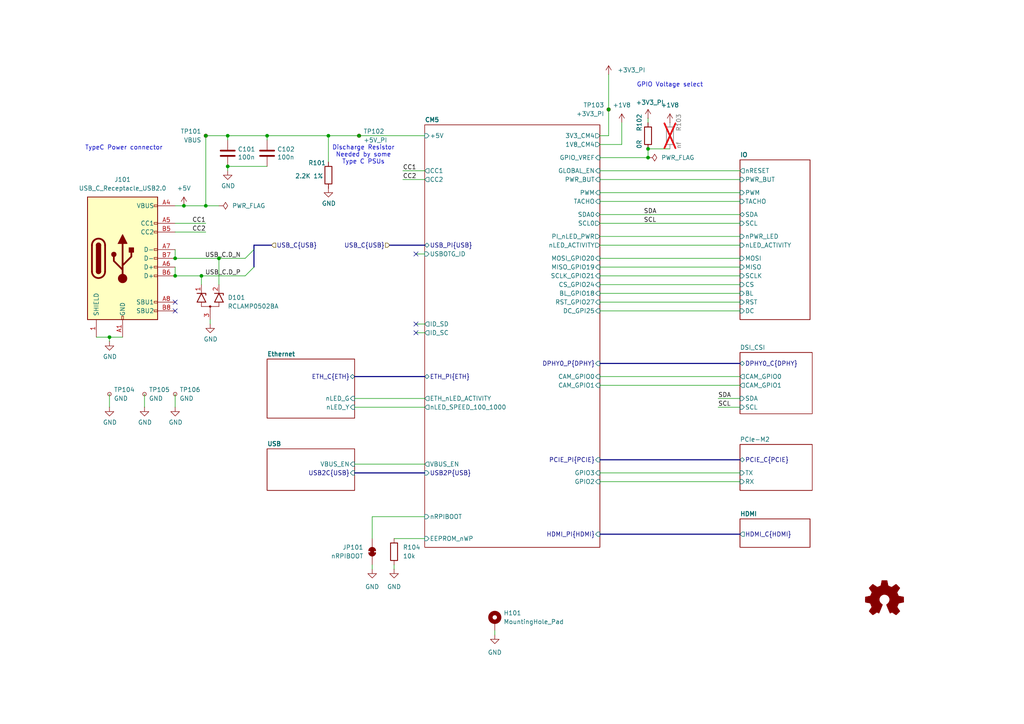
<source format=kicad_sch>
(kicad_sch (version 20231120) (generator "eeschema") (generator_version "8.0")
  (paper "A4")
  (title_block (title "CM5 MINIMA") (date "2024-12-17") (rev "1") (company "Pierluigi Colangeli"))
  (bus_alias "USB" (members "D_P" "D_N"))
  (junction (at 63.5 74.93))
  (junction (at 95.25 39.37))
  (junction (at 50.8 80.01))
  (junction (at 77.47 39.37))
  (junction (at 53.34 59.69))
  (junction (at 176.53 31.75))
  (junction (at 187.96 45.72))
  (junction (at 104.14 39.37))
  (junction (at 50.8 74.93))
  (junction (at 59.69 39.37))
  (junction (at 187.96 43.18))
  (junction (at 59.69 59.69))
  (junction (at 66.04 39.37))
  (junction (at 31.75 97.79))
  (junction (at 66.04 48.26))
  (junction (at 58.42 80.01))
  (no_connect (at 50.8 87.63))
  (no_connect (at 120.65 73.66))
  (no_connect (at 120.65 93.98))
  (no_connect (at 50.8 90.17))
  (no_connect (at 120.65 96.52))
  (bus_entry (at 71.12 74.93) (size 2.54 -2.54))
  (bus_entry (at 71.12 80.01) (size 2.54 -2.54))
  (wire (pts (xy 50.8 77.47) (xy 50.8 80.01)))
  (wire (pts (xy 66.04 39.37) (xy 77.47 39.37)))
  (wire (pts (xy 173.99 58.42) (xy 214.63 58.42)))
  (wire (pts (xy 173.99 90.17) (xy 214.63 90.17)))
  (wire (pts (xy 173.99 49.53) (xy 214.63 49.53)))
  (wire (pts (xy 63.5 59.69) (xy 59.69 59.69)))
  (wire (pts (xy 173.99 39.37) (xy 176.53 39.37)))
  (wire (pts (xy 63.5 74.93) (xy 71.12 74.93)))
  (wire (pts (xy 173.99 45.72) (xy 187.96 45.72)))
  (wire (pts (xy 77.47 40.64) (xy 77.47 39.37)))
  (wire (pts (xy 143.51 182.88) (xy 143.51 184.15)))
  (wire (pts (xy 187.96 43.18) (xy 194.31 43.18)))
  (wire (pts (xy 187.96 43.18) (xy 187.96 45.72)))
  (wire (pts (xy 50.8 114.3) (xy 50.8 118.11)))
  (wire (pts (xy 58.42 80.01) (xy 71.12 80.01)))
  (wire (pts (xy 173.99 62.23) (xy 214.63 62.23)))
  (wire (pts (xy 173.99 77.47) (xy 214.63 77.47)))
  (wire (pts (xy 60.96 93.98) (xy 60.96 92.71)))
  (wire (pts (xy 176.53 31.75) (xy 176.53 39.37)))
  (wire (pts (xy 173.99 109.22) (xy 214.63 109.22)))
  (bus (pts (xy 102.87 137.16) (xy 123.19 137.16)))
  (bus (pts (xy 78.74 71.12) (xy 73.66 71.12)))
  (wire (pts (xy 102.87 134.62) (xy 123.19 134.62)))
  (wire (pts (xy 53.34 59.69) (xy 59.69 59.69)))
  (wire (pts (xy 173.99 87.63) (xy 214.63 87.63)))
  (wire (pts (xy 116.84 52.07) (xy 123.19 52.07)))
  (wire (pts (xy 173.99 41.91) (xy 180.34 41.91)))
  (wire (pts (xy 50.8 72.39) (xy 50.8 74.93)))
  (wire (pts (xy 173.99 55.88) (xy 214.63 55.88)))
  (wire (pts (xy 173.99 71.12) (xy 214.63 71.12)))
  (wire (pts (xy 66.04 48.26) (xy 77.47 48.26)))
  (wire (pts (xy 58.42 80.01) (xy 58.42 82.55)))
  (wire (pts (xy 27.94 97.79) (xy 31.75 97.79)))
  (wire (pts (xy 208.28 118.11) (xy 214.63 118.11)))
  (wire (pts (xy 114.3 163.83) (xy 114.3 165.1)))
  (wire (pts (xy 50.8 74.93) (xy 63.5 74.93)))
  (wire (pts (xy 59.69 39.37) (xy 59.69 59.69)))
  (wire (pts (xy 123.19 39.37) (xy 104.14 39.37)))
  (wire (pts (xy 50.8 59.69) (xy 53.34 59.69)))
  (wire (pts (xy 173.99 80.01) (xy 214.63 80.01)))
  (wire (pts (xy 173.99 139.7) (xy 214.63 139.7)))
  (bus (pts (xy 173.99 133.35) (xy 214.63 133.35)))
  (bus (pts (xy 173.99 105.41) (xy 214.63 105.41)))
  (wire (pts (xy 173.99 82.55) (xy 214.63 82.55)))
  (wire (pts (xy 173.99 111.76) (xy 214.63 111.76)))
  (bus (pts (xy 173.99 154.94) (xy 214.63 154.94)))
  (wire (pts (xy 120.65 96.52) (xy 123.19 96.52)))
  (wire (pts (xy 107.95 163.83) (xy 107.95 165.1)))
  (wire (pts (xy 31.75 114.3) (xy 31.75 118.11)))
  (wire (pts (xy 59.69 39.37) (xy 66.04 39.37)))
  (wire (pts (xy 208.28 115.57) (xy 214.63 115.57)))
  (wire (pts (xy 173.99 74.93) (xy 214.63 74.93)))
  (wire (pts (xy 104.14 39.37) (xy 95.25 39.37)))
  (wire (pts (xy 180.34 41.91) (xy 180.34 35.56)))
  (wire (pts (xy 116.84 49.53) (xy 123.19 49.53)))
  (wire (pts (xy 173.99 52.07) (xy 214.63 52.07)))
  (wire (pts (xy 50.8 64.77) (xy 59.69 64.77)))
  (wire (pts (xy 187.96 34.29) (xy 187.96 35.56)))
  (wire (pts (xy 31.75 97.79) (xy 35.56 97.79)))
  (wire (pts (xy 123.19 156.21) (xy 114.3 156.21)))
  (wire (pts (xy 102.87 115.57) (xy 123.19 115.57)))
  (wire (pts (xy 50.8 67.31) (xy 59.69 67.31)))
  (wire (pts (xy 173.99 85.09) (xy 214.63 85.09)))
  (wire (pts (xy 31.75 99.06) (xy 31.75 97.79)))
  (bus (pts (xy 102.87 109.22) (xy 123.19 109.22)))
  (wire (pts (xy 107.95 149.86) (xy 123.19 149.86)))
  (bus (pts (xy 73.66 72.39) (xy 73.66 77.47)))
  (wire (pts (xy 120.65 73.66) (xy 123.19 73.66)))
  (wire (pts (xy 176.53 21.59) (xy 176.53 31.75)))
  (bus (pts (xy 113.03 71.12) (xy 123.19 71.12)))
  (wire (pts (xy 120.65 93.98) (xy 123.19 93.98)))
  (wire (pts (xy 66.04 40.64) (xy 66.04 39.37)))
  (wire (pts (xy 63.5 74.93) (xy 63.5 82.55)))
  (wire (pts (xy 50.8 80.01) (xy 58.42 80.01)))
  (wire (pts (xy 102.87 118.11) (xy 123.19 118.11)))
  (wire (pts (xy 107.95 149.86) (xy 107.95 156.21)))
  (wire (pts (xy 77.47 39.37) (xy 95.25 39.37)))
  (wire (pts (xy 173.99 137.16) (xy 214.63 137.16)))
  (bus (pts (xy 73.66 71.12) (xy 73.66 72.39)))
  (wire (pts (xy 41.91 114.3) (xy 41.91 118.11)))
  (wire (pts (xy 95.25 39.37) (xy 95.25 46.99)))
  (wire (pts (xy 173.99 68.58) (xy 214.63 68.58)))
  (wire (pts (xy 66.04 48.26) (xy 66.04 49.53)))
  (wire (pts (xy 173.99 64.77) (xy 214.63 64.77)))
  (polyline (pts (xy 237.7016 179.0314) (xy 237.7079 179.0318) (xy 237.7141 179.0324) (xy 237.7202 179.0334) (xy 237.7261 179.0345) (xy 237.732 179.036) (xy 237.7377 179.0377) (xy 237.7433 179.0396) (xy 237.7488 179.0418) (xy 237.7542 179.0443) (xy 237.7595 179.047) (xy 237.7646 179.05) (xy 237.7697 179.0533) (xy 237.7746 179.0568) (xy 237.7794 179.0606) (xy 237.7841 179.0646) (xy 237.7888 179.0687) (xy 237.7932 179.0731) (xy 237.7973 179.0777) (xy 237.8011 179.0827) (xy 237.8046 179.0879) (xy 237.8078 179.0935) (xy 237.8106 179.0993) (xy 237.8132 179.1054) (xy 237.8155 179.1118) (xy 237.8175 179.1185) (xy 237.8192 179.1254) (xy 237.8205 179.1327) (xy 237.8216 179.1403) (xy 237.8223 179.1481) (xy 237.8228 179.1562) (xy 237.8229 179.1647) (xy 237.823 179.861) (xy 237.8228 179.8694) (xy 237.8223 179.8776) (xy 237.8216 179.8855) (xy 237.8205 179.8931) (xy 237.8192 179.9004) (xy 237.8175 179.9075) (xy 237.8155 179.9142) (xy 237.8132 179.9208) (xy 237.8106 179.927) (xy 237.8078 179.9329) (xy 237.8046 179.9386) (xy 237.8011 179.944) (xy 237.7973 179.9492) (xy 237.7932 179.954) (xy 237.7888 179.9586) (xy 237.7841 179.9629) (xy 237.7794 179.9667) (xy 237.7746 179.9703) (xy 237.7697 179.9736) (xy 237.7646 179.9767) (xy 237.7595 179.9795) (xy 237.7542 179.9821) (xy 237.7488 179.9844) (xy 237.7433 179.9865) (xy 237.7377 179.9884) (xy 237.732 179.99) (xy 237.7261 179.9913) (xy 237.7202 179.9924) (xy 237.7141 179.9933) (xy 237.7079 179.9939) (xy 237.7016 179.9943) (xy 237.6952 179.9944) (xy 237.6887 179.9943) (xy 237.6824 179.9939) (xy 237.6762 179.9933) (xy 237.67 179.9924) (xy 237.664 179.9913) (xy 237.6581 179.99) (xy 237.6523 179.9884) (xy 237.6465 179.9865) (xy 237.6409 179.9844) (xy 237.6354 179.9821) (xy 237.63 179.9795) (xy 237.6246 179.9767) (xy 237.6194 179.9736) (xy 237.6143 179.9703) (xy 237.6093 179.9667) (xy 237.6044 179.9629) (xy 237.5999 179.9586) (xy 237.5957 179.954) (xy 237.5918 179.9492) (xy 237.5882 179.944) (xy 237.5849 179.9386) (xy 237.5818 179.9329) (xy 237.5791 179.927) (xy 237.5766 179.9207) (xy 237.5745 179.9142) (xy 237.5726 179.9075) (xy 237.571 179.9004) (xy 237.5697 179.8931) (xy 237.5687 179.8855) (xy 237.568 179.8776) (xy 237.5675 179.8694) (xy 237.5674 179.861) (xy 237.5674 179.1647) (xy 237.5675 179.1562) (xy 237.568 179.1481) (xy 237.5687 179.1403) (xy 237.5697 179.1327) (xy 237.571 179.1254) (xy 237.5726 179.1185) (xy 237.5745 179.1118) (xy 237.5766 179.1054) (xy 237.5791 179.0993) (xy 237.5818 179.0935) (xy 237.5849 179.0879) (xy 237.5882 179.0827) (xy 237.5918 179.0777) (xy 237.5957 179.0731) (xy 237.5999 179.0687) (xy 237.6044 179.0646) (xy 237.6093 179.0606) (xy 237.6143 179.0568) (xy 237.6194 179.0533) (xy 237.6246 179.05) (xy 237.63 179.047) (xy 237.6354 179.0443) (xy 237.6409 179.0418) (xy 237.6465 179.0396) (xy 237.6523 179.0377) (xy 237.6581 179.036) (xy 237.664 179.0345) (xy 237.67 179.0334) (xy 237.6762 179.0324) (xy 237.6824 179.0318) (xy 237.6887 179.0314) (xy 237.6952 179.0313) (xy 237.7016 179.0314)) (stroke (width -0.0001) (type solid)) (fill (type outline)))
  (polyline (pts (xy 238.6932 171.1995) (xy 238.7003 171.2065) (xy 238.7218 171.2335) (xy 238.7519 171.2762) (xy 238.7892 171.3328) (xy 238.8326 171.4012) (xy 238.8809 171.4797) (xy 238.9328 171.5663) (xy 238.9871 171.6591) (xy 239.1919 172.0127) (xy 239.309 172.2137) (xy 239.7666 172.9993) (xy 240.6353 174.4937) (xy 241.576 176.1112) (xy 242.3871 177.5053) (xy 243.069 178.676) (xy 243.4726 179.3692) (xy 243.5892 179.5695) (xy 243.8841 180.0767) (xy 243.9316 180.1591) (xy 243.976 180.2372) (xy 244.0162 180.3093) (xy 244.0513 180.3735) (xy 244.0802 180.4281) (xy 244.1021 180.4712) (xy 244.1101 180.4878) (xy 244.116 180.501) (xy 244.1196 180.5104) (xy 244.1208 180.5157) (xy 243.715 180.5314) (xy 242.4689 180.5455) (xy 237.286 180.5702) (xy 230.4512 180.5925) (xy 230.2082 180.1722) (xy 230.6666 180.1722) (xy 231.4258 180.1722) (xy 231.6148 180.1722) (xy 231.6148 178.8535) (xy 231.7982 178.8535) (xy 231.7982 180.1722) (xy 232.3612 180.1722) (xy 232.3612 179.9833) (xy 231.9871 179.9833) (xy 231.9871 179.5962) (xy 232.313 179.5962) (xy 232.313 179.4184) (xy 231.9871 179.4184) (xy 231.9871 179.0313) (xy 232.3612 179.0313) (xy 232.3612 178.8535) (xy 232.4834 178.8535) (xy 232.4834 180.1722) (xy 232.6723 180.1722) (xy 232.6723 179.6091) (xy 232.7853 179.6091) (xy 232.9612 180.1722) (xy 233.1613 180.1722) (xy 232.9575 179.5703) (xy 232.9687 179.5639) (xy 232.9793 179.5573) (xy 232.9896 179.5504) (xy 232.9994 179.5433) (xy 233.0088 179.5359) (xy 233.0178 179.5283) (xy 233.0263 179.5205) (xy 233.0344 179.5124) (xy 233.0421 179.504) (xy 233.0493 179.4954) (xy 233.0561 179.4866) (xy 233.0624 179.4775) (xy 233.0683 179.4682) (xy 233.0738 179.4586) (xy 233.0789 179.4488) (xy 233.0835 179.4388) (xy 233.088 179.4284) (xy 233.0922 179.4178) (xy 233.0961 179.407) (xy 233.0997 179.3958) (xy 233.103 179.3844) (xy 233.1061 179.3727) (xy 233.1088 179.3607) (xy 233.1113 179.3484) (xy 233.1134 179.3359) (xy 233.1153 179.3231) (xy 233.1169 179.31) (xy 233.1182 179.2967) (xy 233.1192 179.2831) (xy 233.1199 179.2692) (xy 233.1203 179.255) (xy 233.1205 179.2405) (xy 233.1202 179.2167) (xy 233.1192 179.1937) (xy 233.1176 179.1714) (xy 233.1153 179.1498) (xy 233.1123 179.129) (xy 233.1088 179.109) (xy 233.1045 179.0897) (xy 233.0997 179.0712) (xy 233.0941 179.0534) (xy 233.0879 179.0364) (xy 233.0811 179.0202) (xy 233.0736 179.0047) (xy 233.0655 178.9899) (xy 233.0567 178.9759) (xy 233.0473 178.9627) (xy 233.0372 178.9502) (xy 233.0264 178.9385) (xy 233.015 178.9276) (xy 233.003 178.9173) (xy 232.9903 178.9079) (xy 232.9769 178.8992) (xy 232.9629 178.8913) (xy 232.9483 178.8841) (xy 232.933 178.8777) (xy 232.917 178.872) (xy 232.9004 178.8671) (xy 232.8832 178.8629) (xy 232.8653 178.8595) (xy 232.8467 178.8569) (xy 232.8275 178.855) (xy 232.8077 178.8538) (xy 232.7873 178.8535) (xy 233.2724 178.8535) (xy 233.2724 180.1722) (xy 233.8355 180.1722) (xy 233.8355 179.9833) (xy 233.4613 179.9833) (xy 233.4613 179.8758) (xy 233.9576 179.8758) (xy 233.9577 179.8839) (xy 233.958 179.8919) (xy 233.9585 179.8998) (xy 233.9591 179.9077) (xy 233.96 179.9154) (xy 233.961 179.9231) (xy 233.9623 179.9308) (xy 233.9637 179.9383) (xy 233.9653 179.9458) (xy 233.9671 179.9532) (xy 233.9691 179.9606) (xy 233.9712 179.9678) (xy 233.9736 179.975) (xy 233.9761 179.9822) (xy 233.9789 179.9892) (xy 233.9818 179.9962) (xy 233.9849 180.0029) (xy 233.9881 180.0094) (xy 233.9915 180.0159) (xy 233.995 180.0224) (xy 233.9986 180.0287) (xy 234.0024 180.0349) (xy 234.0064 180.0411) (xy 234.0105 180.0471) (xy 234.0147 180.0531) (xy 234.0191 180.059) (xy 234.0236 180.0648) (xy 234.0283 180.0705) (xy 234.0331 180.0761) (xy 234.0381 180.0817) (xy 234.0432 180.0871) (xy 234.0484 180.0925) (xy 234.0538 180.0978) (xy 234.0592 180.1029) (xy 234.0648 180.1078) (xy 234.0704 180.1127) (xy 234.0761 180.1173) (xy 234.0819 180.1219) (xy 234.0878 180.1263) (xy 234.0938 180.1305) (xy 234.0999 180.1346) (xy 234.106 180.1386) (xy 234.1123 180.1424) (xy 234.1186 180.146) (xy 234.125 180.1496) (xy 234.1315 180.1529) (xy 234.1381 180.1562) (xy 234.1447 180.1592) (xy 234.1517 180.1622) (xy 234.1587 180.1649) (xy 234.1658 180.1674) (xy 234.173 180.1698) (xy 234.1802 180.1719) (xy 234.1875 180.1739) (xy 234.1948 180.1757) (xy 234.2022 180.1773) (xy 234.2096 180.1787) (xy 234.2171 180.1799) (xy 234.2247 180.181) (xy 234.2323 180.1818) (xy 234.2399 180.1825) (xy 234.2477 180.1829) (xy 234.2555 180.1832) (xy 234.2633 180.1833) (xy 234.2711 180.1832) (xy 234.2789 180.1829) (xy 234.2866 180.1825) (xy 234.2943 180.1818) (xy 234.3019 180.181) (xy 234.3095 180.1799) (xy 234.317 180.1787) (xy 234.3244 180.1773) (xy 234.3318 180.1757) (xy 234.3391 180.1739) (xy 234.3455 180.1722) (xy 234.7522 180.1722) (xy 234.9411 180.1722) (xy 234.9411 179.1647) (xy 235.1134 179.1647) (xy 235.1134 179.861) (xy 235.1135 179.8713) (xy 235.1138 179.8815) (xy 235.1143 179.8914) (xy 235.1151 179.9012) (xy 235.1161 179.9107) (xy 235.1173 179.9201) (xy 235.1187 179.9293) (xy 235.1203 179.9383) (xy 235.1222 179.9471) (xy 235.1242 179.9558) (xy 235.1265 179.9642) (xy 235.129 179.9725) (xy 235.1317 179.9805) (xy 235.1346 179.9884) (xy 235.1378 179.9961) (xy 235.1411 180.0036) (xy 235.1447 180.0109) (xy 235.1484 180.0181) (xy 235.1522 180.0251) (xy 235.1562 180.032) (xy 235.1603 180.0387) (xy 235.1646 180.0452) (xy 235.169 180.0516) (xy 235.1735 180.0578) (xy 235.1782 180.0639) (xy 235.1831 180.0698) (xy 235.1881 180.0755) (xy 235.1932 180.0811) (xy 235.1985 180.0865) (xy 235.2039 180.0918) (xy 235.2095 180.0969) (xy 235.2152 180.1018) (xy 235.2208 180.1068) (xy 235.2265 180.1117) (xy 235.2323 180.1164) (xy 235.2381 180.1209) (xy 235.2441 180.1253) (xy 235.2501 180.1295) (xy 235.2562 180.1335) (xy 235.2624 180.1374) (xy 235.2687 180.1412) (xy 235.2751 180.1447) (xy 235.2816 180.1482) (xy 235.2881 180.1514) (xy 235.2948 180.1545) (xy 235.3015 180.1575) (xy 235.3083 180.1602) (xy 235.3152 180.1629) (xy 235.3296 180.1676) (xy 235.3439 180.1718) (xy 235.3511 180.1736) (xy 235.3583 180.1753) (xy 235.3655 180.1768) (xy 235.3726 180.1782) (xy 235.3798 180.1794) (xy 235.387 180.1804) (xy 235.3942 180.1813) (xy 235.4014 180.182) (xy 235.4085 180.1826) (xy 235.4157 180.183) (xy 235.4229 180.1832) (xy 235.4301 180.1833) (xy 235.4372 180.1832) (xy 235.4444 180.183) (xy 235.4515 180.1826) (xy 235.4587 180.182) (xy 235.4658 180.1813) (xy 235.4729 180.1804) (xy 235.4799 180.1794) (xy 235.487 180.1782) (xy 235.4941 180.1768) (xy 235.5011 180.1753) (xy 235.5081 180.1736) (xy 235.5136 180.1722) (xy 235.919 180.1722) (xy 236.108 180.1722) (xy 236.108 179.8721) (xy 236.6247 179.8721) (xy 236.6248 179.8833) (xy 236.6251 179.8943) (xy 236.6257 179.905) (xy 236.6264 179.9155) (xy 236.6274 179.9258) (xy 236.6286 179.9358) (xy 236.63 179.9455) (xy 236.6316 179.955) (xy 236.6335 179.9643) (xy 236.6355 179.9733) (xy 236.6378 179.982) (xy 236.6403 179.9905) (xy 236.643 179.9988) (xy 236.646 180.0068) (xy 236.6491 180.0146) (xy 236.6525 180.0221) (xy 236.6562 180.0292) (xy 236.6601 180.0362) (xy 236.6641 180.043) (xy 236.6682 180.0496) (xy 236.6724 180.056) (xy 236.6768 180.0623) (xy 236.6812 180.0685) (xy 236.6858 180.0744) (xy 236.6905 180.0803) (xy 236.6953 180.0859) (xy 236.7002 180.0914) (xy 236.7052 180.0968) (xy 236.7104 180.102) (xy 236.7157 180.107) (xy 236.721 180.1119) (xy 236.7265 180.1166) (xy 236.7321 180.1211) (xy 236.7378 180.1255) (xy 236.7436 180.1297) (xy 236.7495 180.1337) (xy 236.7554 180.1376) (xy 236.7614 180.1412) (xy 236.7676 180.1447) (xy 236.7738 180.1481) (xy 236.7801 180.1512) (xy 236.7864 180.1542) (xy 236.7929 180.157) (xy 236.7995 180.1597) (xy 236.8061 180.1621) (xy 236.8128 180.1644) (xy 236.8197 180.1665) (xy 236.8266 180.1685) (xy 236.8404 180.1719) (xy 236.8542 180.1749) (xy 236.868 180.1775) (xy 236.8816 180.1796) (xy 236.8953 180.1812) (xy 236.9088 180.1824) (xy 236.9223 180.1831) (xy 236.9358 180.1833) (xy 236.9436 180.1832) (xy 236.9514 180.1829) (xy 236.9591 180.1825) (xy 236.9667 180.1818) (xy 236.9742 180.181) (xy 236.9817 180.1799) (xy 236.9891 180.1787) (xy 236.9964 180.1773) (xy 237.0037 180.1757) (xy 237.0109 180.1739) (xy 237.018 180.1719) (xy 237.025 180.1698) (xy 237.032 180.1674) (xy 237.0389 180.1649) (xy 237.0457 180.1622) (xy 237.0525 180.1592) (xy 237.0593 180.1559) (xy 237.0661 180.1525) (xy 237.0728 180.1489) (xy 237.0793 180.1452) (xy 237.0857 180.1414) (xy 237.092 180.1374) (xy 237.0982 180.1334) (xy 237.1043 180.1291) (xy 237.1103 180.1248) (xy 237.1161 180.1203) (xy 237.1219 180.1157) (xy 237.1275 180.111) (xy 237.133 180.1061) (xy 237.1383 180.1011) (xy 237.1436 180.096) (xy 237.1488 180.0907) (xy 237.1538 180.0853) (xy 237.1587 180.0799) (xy 237.1634 180.0743) (xy 237.168 180.0687) (xy 237.1724 180.063) (xy 237.1767 180.0572) (xy 237.1809 180.0513) (xy 237.1849 180.0453) (xy 237.1888 180.0393) (xy 237.1925 180.0331) (xy 237.1961 180.0269) (xy 237.1995 180.0205) (xy 237.2028 180.0141) (xy 237.206 180.0076) (xy 237.2089 180.0011) (xy 237.2118 179.9944) (xy 237.2147 179.9874) (xy 237.2174 179.9804) (xy 237.22 179.9734) (xy 237.2223 179.9663) (xy 237.2245 179.9591) (xy 237.2265 179.9519) (xy 237.2282 179.9447) (xy 237.2298 179.9374) (xy 237.2313 179.9301) (xy 237.2325 179.9228) (xy 237.2335 179.9154) (xy 237.2344 179.9079) (xy 237.235 179.9004) (xy 237.2355 179.8929) (xy 237.2358 179.8853) (xy 237.2359 179.8777) (xy 237.2359 179.7962) (xy 237.0469 179.7962) (xy 237.0469 179.861) (xy 237.0469 179.8658) (xy 237.0468 179.8705) (xy 237.0465 179.8751) (xy 237.0462 179.8796) (xy 237.0459 179.884) (xy 237.0454 179.8883) (xy 237.0448 179.8926) (xy 237.0442 179.8967) (xy 237.0434 179.9007) (xy 237.0426 179.9046) (xy 237.0417 179.9084) (xy 237.0407 179.9121) (xy 237.0396 179.9157) (xy 237.0384 179.9191) (xy 237.0372 179.9225) (xy 237.0358 179.9258) (xy 237.0344 179.929) (xy 237.033 179.9321) (xy 237.0315 179.9352) (xy 237.0299 179.9381) (xy 237.0283 179.941) (xy 237.0267 179.9437) (xy 237.025 179.9464) (xy 237.0233 179.949) (xy 237.0216 179.9515) (xy 237.0198 179.9539) (xy 237.0179 179.9563) (xy 237.016 179.9585) (xy 237.0141 179.9607) (xy 237.0121 179.9627) (xy 237.0101 179.9647) (xy 237.0081 179.9666) (xy 237.0057 179.9684) (xy 237.0034 179.9702) (xy 237.001 179.9719) (xy 236.9986 179.9736) (xy 236.9961 179.9751) (xy 236.9936 179.9767) (xy 236.9911 179.9781) (xy 236.9886 179.9795) (xy 236.986 179.9809) (xy 236.9834 179.9822) (xy 236.9808 179.9834) (xy 236.9782 179.9846) (xy 236.9755 179.9857) (xy 236.9728 179.9868) (xy 236.97 179.9878) (xy 236.9673 179.9888) (xy 236.9622 179.9901) (xy 236.9572 179.9912) (xy 236.9522 179.9922) (xy 236.9474 179.993) (xy 236.9425 179.9936) (xy 236.9378 179.994) (xy 236.933 179.9943) (xy 236.9284 179.9944) (xy 236.9204 179.9942) (xy 236.9128 179.9938) (xy 236.9054 179.993) (xy 236.8984 179.992) (xy 236.8917 179.9906) (xy 236.8852 179.9889) (xy 236.8821 179.988) (xy 236.8791 179.9869) (xy 236.8762 179.9858) (xy 236.8733 179.9847) (xy 236.8705 179.9834) (xy 236.8678 179.9821) (xy 236.8651 179.9807) (xy 236.8626 179.9792) (xy 236.8601 179.9776) (xy 236.8577 179.976) (xy 236.8553 179.9743) (xy 236.8531 179.9725) (xy 236.8509 179.9707) (xy 236.8488 179.9687) (xy 236.8467 179.9667) (xy 236.8448 179.9646) (xy 236.8429 179.9624) (xy 236.8411 179.9602) (xy 236.8393 179.9579) (xy 236.8377 179.9555) (xy 236.8348 179.9506) (xy 236.832 179.9455) (xy 236.8295 179.9403) (xy 236.8271 179.9349) (xy 236.825 179.9294) (xy 236.823 179.9237) (xy 236.8212 179.9179) (xy 236.8196 179.912) (xy 236.8182 179.9059) (xy 236.817 179.8996) (xy 236.816 179.8933) (xy 236.8151 179.8867) (xy 236.8145 179.8801) (xy 236.814 179.8733) (xy 236.8137 179.8663) (xy 236.8136 179.8592) (xy 236.8136 179.185) (xy 236.8137 179.1768) (xy 236.814 179.1687) (xy 236.8144 179.1608) (xy 236.815 179.1532) (xy 236.8158 179.1457) (xy 236.8167 179.1384) (xy 236.8178 179.1313) (xy 236.8191 179.1244) (xy 236.8206 179.1176) (xy 236.8223 179.1111) (xy 236.8241 179.1047) (xy 236.8261 179.0986) (xy 236.8282 179.0926) (xy 236.8306 179.0868) (xy 236.8331 179.0812) (xy 236.8358 179.0758) (xy 236.839 179.0704) (xy 236.8425 179.0653) (xy 236.8464 179.0606) (xy 236.8507 179.0563) (xy 236.8554 179.0523) (xy 236.8604 179.0487) (xy 236.8657 179.0454) (xy 236.8715 179.0424) (xy 236.8775 179.0398) (xy 236.884 179.0375) (xy 236.8908 179.0356) (xy 236.898 179.034) (xy 236.9055 179.0328) (xy 236.9134 179.032) (xy 236.9217 179.0314) (xy 236.9303 179.0313) (xy 236.9369 179.0314) (xy 236.9434 179.0319) (xy 236.9496 179.0327) (xy 236.9557 179.0338) (xy 236.9617 179.0353) (xy 236.9674 179.037) (xy 236.973 179.0391) (xy 236.9784 179.0415) (xy 236.9837 179.0442) (xy 236.9887 179.0472) (xy 236.9936 179.0506) (xy 236.9983 179.0542) (xy 237.0029 179.0582) (xy 237.0073 179.0625) (xy 237.0114 179.0671) (xy 237.0155 179.072) (xy 237.0193 179.0772) (xy 237.0228 179.0825) (xy 237.0262 179.0879) (xy 237.0292 179.0933) (xy 237.0321 179.099) (xy 237.0346 179.1047) (xy 237.037 179.1105) (xy 237.0391 179.1165) (xy 237.0409 179.1226) (xy 237.0425 179.1288) (xy 237.0439 179.1351) (xy 237.045 179.1415) (xy 237.0458 179.148) (xy 237.0464 179.1547) (xy 237.0468 179.1615) (xy 237.0469 179.1684) (xy 237.0469 179.2313) (xy 237.2359 179.2313) (xy 237.2359 179.1647) (xy 237.3785 179.1647) (xy 237.3785 179.861) (xy 237.3786 179.8713) (xy 237.3789 179.8815) (xy 237.3794 179.8914) (xy 237.3802 179.9012) (xy 237.3812 179.9107) (xy 237.3824 179.9201) (xy 237.3838 179.9293) (xy 237.3854 179.9383) (xy 237.3872 179.9471) (xy 237.3893 179.9558) (xy 237.3916 179.9642) (xy 237.3941 179.9725) (xy 237.3968 179.9805) (xy 237.3997 179.9884) (xy 237.4029 179.9961) (xy 237.4062 180.0036) (xy 237.4098 180.0109) (xy 237.4135 180.0181) (xy 237.4173 180.0251) (xy 237.4213 180.032) (xy 237.4254 180.0387) (xy 237.4297 180.0452) (xy 237.4341 180.0516) (xy 237.4386 180.0578) (xy 237.4433 180.0639) (xy 237.4482 180.0698) (xy 237.4532 180.0755) (xy 237.4583 180.0811) (xy 237.4636 180.0865) (xy 237.469 180.0918) (xy 237.4746 180.0969) (xy 237.4803 180.1018) (xy 237.4859 180.1068) (xy 237.4916 180.1117) (xy 237.4974 180.1164) (xy 237.5032 180.1209) (xy 237.5092 180.1253) (xy 237.5152 180.1295) (xy 237.5213 180.1335) (xy 237.5275 180.1374) (xy 237.5338 180.1412) (xy 237.5402 180.1447) (xy 237.5467 180.1482) (xy 237.5532 180.1514) (xy 237.5599 180.1545) (xy 237.5666 180.1575) (xy 237.5734 180.1602) (xy 237.5803 180.1629) (xy 237.5947 180.1676) (xy 237.609 180.1718) (xy 237.6162 180.1736) (xy 237.6234 180.1753) (xy 237.6306 180.1768) (xy 237.6377 180.1782) (xy 237.6449 180.1794) (xy 237.6521 180.1804) (xy 237.6593 180.1813) (xy 237.6665 180.182) (xy 237.6736 180.1826) (xy 237.6808 180.183) (xy 237.688 180.1832) (xy 237.6952 180.1833) (xy 237.7023 180.1832) (xy 237.7095 180.183) (xy 237.7166 180.1826) (xy 237.7238 180.182) (xy 237.7309 180.1813) (xy 237.738 180.1804) (xy 237.745 180.1794) (xy 237.7521 180.1782) (xy 237.7592 180.1768) (xy 237.7662 180.1753) (xy 237.7732 180.1736) (xy 237.7787 180.1722) (xy 238.1785 180.1722) (xy 238.7416 180.1722) (xy 238.7787 180.1722) (xy 238.9676 180.1722) (xy 239.0231 179.8888) (xy 239.2806 179.8888) (xy 239.3361 180.1722) (xy 239.525 180.1722) (xy 239.2306 178.8535) (xy 239.6102 178.8535) (xy 239.6102 180.1722) (xy 239.7991 180.1722) (xy 239.7991 179.3794) (xy 239.8028 179.3794) (xy 240.0918 180.1722) (xy 240.2695 180.1722) (xy 240.2695 179.861) (xy 240.4288 179.861) (xy 240.4289 179.8713) (xy 240.4292 179.8815) (xy 240.4298 179.8914) (xy 240.4305 179.9012) (xy 240.4315 179.9107) (xy 240.4327 179.9201) (xy 240.4341 179.9293) (xy 240.4358 179.9383) (xy 240.4376 179.9471) (xy 240.4397 179.9558) (xy 240.442 179.9642) (xy 240.4445 179.9725) (xy 240.4472 179.9805) (xy 240.4501 179.9884) (xy 240.4533 179.9961) (xy 240.4567 180.0036) (xy 240.4602 180.0109) (xy 240.4639 180.0181) (xy 240.4677 180.0251) (xy 240.4717 180.032) (xy 240.4758 180.0387) (xy 240.4801 180.0452) (xy 240.4845 180.0516) (xy 240.4891 180.0578) (xy 240.4938 180.0639) (xy 240.4986 180.0698) (xy 240.5036 180.0755) (xy 240.5087 180.0811) (xy 240.514 180.0865) (xy 240.5194 180.0918) (xy 240.525 180.0969) (xy 240.5307 180.1018) (xy 240.5363 180.1068) (xy 240.542 180.1117) (xy 240.5478 180.1164) (xy 240.5536 180.1209) (xy 240.5596 180.1253) (xy 240.5656 180.1295) (xy 240.5717 180.1335) (xy 240.5779 180.1374) (xy 240.5842 180.1412) (xy 240.5906 180.1447) (xy 240.5971 180.1482) (xy 240.6036 180.1514) (xy 240.6103 180.1545) (xy 240.617 180.1575) (xy 240.6238 180.1602) (xy 240.6307 180.1629) (xy 240.6451 180.1676) (xy 240.6594 180.1718) (xy 240.6666 180.1736) (xy 240.6738 180.1753) (xy 240.6809 180.1768) (xy 240.6881 180.1782) (xy 240.6953 180.1794) (xy 240.7025 180.1804) (xy 240.7096 180.1813) (xy 240.7168 180.182) (xy 240.724 180.1826) (xy 240.7311 180.183) (xy 240.7383 180.1832) (xy 240.7455 180.1833) (xy 240.7527 180.1832) (xy 240.7598 180.183) (xy 240.767 180.1826) (xy 240.7741 180.182) (xy 240.7812 180.1813) (xy 240.7883 180.1804) (xy 240.7954 180.1794) (xy 240.8025 180.1782) (xy 240.8095 180.1768) (xy 240.8166 180.1753) (xy 240.8236 180.1736) (xy 240.8291 180.1722) (xy 241.229 180.1722) (xy 241.792 180.1722) (xy 241.9142 180.1722) (xy 242.4772 180.1722) (xy 242.605 180.1722) (xy 242.7939 180.1722) (xy 242.7939 178.8535) (xy 242.605 178.8535) (xy 242.605 180.1722) (xy 242.4772 180.1722) (xy 242.4772 179.9833) (xy 242.1031 179.9833) (xy 242.1031 178.8535) (xy 241.9142 178.8535) (xy 241.9142 180.1722) (xy 241.792 180.1722) (xy 241.792 179.9833) (xy 241.4179 179.9833) (xy 241.4179 179.5962) (xy 241.7438 179.5962) (xy 241.7438 179.4184) (xy 241.4179 179.4184) (xy 241.4179 179.0313) (xy 241.792 179.0313) (xy 241.792 178.8535) (xy 241.229 178.8535) (xy 241.229 180.1722) (xy 240.8291 180.1722) (xy 240.8306 180.1718) (xy 240.8376 180.1698) (xy 240.8446 180.1676) (xy 240.8516 180.1653) (xy 240.8585 180.1629) (xy 240.8657 180.1602) (xy 240.8727 180.1574) (xy 240.8797 180.1545) (xy 240.8866 180.1514) (xy 240.8933 180.1482) (xy 240.9 180.1447) (xy 240.9067 180.1412) (xy 240.9132 180.1374) (xy 240.9196 180.1335) (xy 240.926 180.1295) (xy 240.9322 180.1253) (xy 240.9384 180.1209) (xy 240.9445 180.1164) (xy 240.9505 180.1117) (xy 240.9564 180.1068) (xy 240.9623 180.1018) (xy 240.9678 180.0969) (xy 240.9731 180.0918) (xy 240.9783 180.0865) (xy 240.9834 180.0811) (xy 240.9884 180.0755) (xy 240.9932 180.0698) (xy 240.9979 180.0639) (xy 241.0025 180.0578) (xy 241.007 180.0516) (xy 241.0113 180.0452) (xy 241.0155 180.0387) (xy 241.0195 180.032) (xy 241.0234 180.0251) (xy 241.0272 180.0181) (xy 241.0309 180.0109) (xy 241.0344 180.0036) (xy 241.0378 179.9961) (xy 241.0409 179.9884) (xy 241.0439 179.9805) (xy 241.0466 179.9725) (xy 241.0491 179.9642) (xy 241.0514 179.9558) (xy 241.0535 179.9471) (xy 241.0553 179.9383) (xy 241.0569 179.9293) (xy 241.0584 179.9201) (xy 241.0596 179.9107) (xy 241.0605 179.9012) (xy 241.0613 179.8914) (xy 241.0618 179.8815) (xy 241.0622 179.8713) (xy 241.0623 179.861) (xy 241.0623 179.4462) (xy 240.7233 179.4462) (xy 240.7233 179.6128) (xy 240.8734 179.6128) (xy 240.8734 179.861) (xy 240.8732 179.8694) (xy 240.8728 179.8776) (xy 240.872 179.8855) (xy 240.8709 179.8931) (xy 240.8696 179.9004) (xy 240.8679 179.9075) (xy 240.8659 179.9142) (xy 240.8636 179.9207) (xy 240.861 179.927) (xy 240.8581 179.9329) (xy 240.8549 179.9386) (xy 240.8514 179.944) (xy 240.8476 179.9492) (xy 240.8435 179.954) (xy 240.8391 179.9586) (xy 240.8344 179.9629) (xy 240.8297 179.9667) (xy 240.8249 179.9703) (xy 240.82 179.9736) (xy 240.8149 179.9767) (xy 240.8098 179.9795) (xy 240.8045 179.9821) (xy 240.7991 179.9844) (xy 240.7937 179.9865) (xy 240.788 179.9884) (xy 240.7823 179.99) (xy 240.7765 179.9913) (xy 240.7705 179.9924) (xy 240.7644 179.9933) (xy 240.7582 179.9939) (xy 240.7519 179.9943) (xy 240.7455 179.9944) (xy 240.7391 179.9943) (xy 240.7327 179.9939) (xy 240.7265 179.9933) (xy 240.7204 179.9924) (xy 240.7144 179.9913) (xy 240.7084 179.99) (xy 240.7026 179.9884) (xy 240.6969 179.9865) (xy 240.6913 179.9844) (xy 240.6858 179.9821) (xy 240.6804 179.9795) (xy 240.675 179.9767) (xy 240.6698 179.9736) (xy 240.6647 179.9703) (xy 240.6597 179.9667) (xy 240.6548 179.9629) (xy 240.6503 179.9586) (xy 240.6461 179.954) (xy 240.6422 179.9492) (xy 240.6386 179.944) (xy 240.6353 179.9386) (xy 240.6322 179.9329) (xy 240.6295 179.927) (xy 240.627 179.9207) (xy 240.6248 179.9142) (xy 240.6229 179.9075) (xy 240.6213 179.9004) (xy 240.62 179.8931) (xy 240.619 179.8855) (xy 240.6183 179.8776) (xy 240.6179 179.8694) (xy 240.6177 179.861) (xy 240.6177 179.1647) (xy 240.6179 179.1562) (xy 240.6183 179.1481) (xy 240.619 179.1403) (xy 240.62 179.1327) (xy 240.6213 179.1254) (xy 240.6229 179.1185) (xy 240.6248 179.1118) (xy 240.627 179.1054) (xy 240.6295 179.0993) (xy 240.6322 179.0935) (xy 240.6353 179.0879) (xy 240.6386 179.0827) (xy 240.6422 179.0777) (xy 240.6461 179.0731) (xy 240.6503 179.0687) (xy 240.6548 179.0646) (xy 240.6597 179.0606) (xy 240.6647 179.0568) (xy 240.6698 179.0533) (xy 240.675 179.05) (xy 240.6804 179.047) (xy 240.6858 179.0443) (xy 240.6913 179.0418) (xy 240.6969 179.0396) (xy 240.7026 179.0377) (xy 240.7084 179.036) (xy 240.7144 179.0345) (xy 240.7204 179.0334) (xy 240.7265 179.0324) (xy 240.7327 179.0318) (xy 240.7391 179.0314) (xy 240.7455 179.0313) (xy 240.7519 179.0314) (xy 240.7582 179.0318) (xy 240.7644 179.0324) (xy 240.7705 179.0334) (xy 240.7765 179.0345) (xy 240.7823 179.036) (xy 240.788 179.0377) (xy 240.7937 179.0396) (xy 240.7991 179.0418) (xy 240.8045 179.0443) (xy 240.8098 179.047) (xy 240.8149 179.05) (xy 240.82 179.0533) (xy 240.8249 179.0568) (xy 240.8297 179.0606) (xy 240.8344 179.0646) (xy 240.8391 179.0687) (xy 240.8435 179.0731) (xy 240.8476 179.0777) (xy 240.8514 179.0827) (xy 240.8549 179.0879) (xy 240.8581 179.0935) (xy 240.861 179.0993) (xy 240.8636 179.1054) (xy 240.8659 179.1118) (xy 240.8679 179.1185) (xy 240.8696 179.1254) (xy 240.8709 179.1327) (xy 240.872 179.1403) (xy 240.8728 179.1481) (xy 240.8732 179.1562) (xy 240.8734 179.1647) (xy 240.8734 179.2313) (xy 241.0623 179.2313) (xy 241.0623 179.1647) (xy 241.0622 179.1548) (xy 241.0619 179.145) (xy 241.0613 179.1354) (xy 241.0605 179.126) (xy 241.0596 179.1167) (xy 241.0584 179.1075) (xy 241.0569 179.0985) (xy 241.0553 179.0896) (xy 241.0535 179.0809) (xy 241.0514 179.0723) (xy 241.0491 179.0639) (xy 241.0466 179.0556) (xy 241.0439 179.0474) (xy 241.0409 179.0394) (xy 241.0378 179.0316) (xy 241.0344 179.0238) (xy 241.0309 179.0163) (xy 241.0272 179.0089) (xy 241.0234 179.0016) (xy 241.0195 178.9946) (xy 241.0155 178.9876) (xy 241.0113 178.9809) (xy 241.007 178.9743) (xy 241.0025 178.9678) (xy 240.9979 178.9616) (xy 240.9932 178.9554) (xy 240.9884 178.9495) (xy 240.9834 178.9437) (xy 240.9783 178.938) (xy 240.9731 178.9325) (xy 240.9678 178.9272) (xy 240.9623 178.922) (xy 240.9564 178.9172) (xy 240.9505 178.9126) (xy 240.9445 178.9081) (xy 240.9384 178.9037) (xy 240.9322 178.8995) (xy 240.926 178.8955) (xy 240.9196 178.8915) (xy 240.9132 178.8878) (xy 240.9067 178.8841) (xy 240.9 178.8807) (xy 240.8933 178.8773) (xy 240.8866 178.8741) (xy 240.8797 178.8711) (xy 240.8727 178.8682) (xy 240.8657 178.8654) (xy 240.8585 178.8628) (xy 240.8516 178.8603) (xy 240.8446 178.858) (xy 240.8376 178.8559) (xy 240.8306 178.8539) (xy 240.8236 178.852) (xy 240.8166 178.8504) (xy 240.8095 178.8488) (xy 240.8025 178.8475) (xy 240.7954 178.8463) (xy 240.7883 178.8452) (xy 240.7812 178.8444) (xy 240.7741 178.8436) (xy 240.767 178.8431) (xy 240.7598 178.8427) (xy 240.7527 178.8424) (xy 240.7455 178.8423) (xy 240.7383 178.8424) (xy 240.7311 178.8427) (xy 240.724 178.8431) (xy 240.7168 178.8436) (xy 240.7096 178.8444) (xy 240.7025 178.8452) (xy 240.6953 178.8463) (xy 240.6881 178.8475) (xy 240.6809 178.8488) (xy 240.6738 178.8504) (xy 240.6666 178.852) (xy 240.6594 178.8539) (xy 240.6451 178.858) (xy 240.6307 178.8628) (xy 240.6238 178.8654) (xy 240.617 178.8682) (xy 240.6103 178.8711) (xy 240.6037 178.8741) (xy 240.5971 178.8773) (xy 240.5906 178.8807) (xy 240.5842 178.8841) (xy 240.578 178.8878) (xy 240.5717 178.8915) (xy 240.5656 178.8955) (xy 240.5596 178.8995) (xy 240.5536 178.9037) (xy 240.5478 178.9081) (xy 240.542 178.9126) (xy 240.5363 178.9172) (xy 240.5307 178.922) (xy 240.525 178.9272) (xy 240.5194 178.9325) (xy 240.514 178.938) (xy 240.5087 178.9437) (xy 240.5036 178.9495) (xy 240.4986 178.9554) (xy 240.4938 178.9616) (xy 240.4891 178.9678) (xy 240.4845 178.9743) (xy 240.4801 178.9809) (xy 240.4758 178.9876) (xy 240.4717 178.9946) (xy 240.4677 179.0016) (xy 240.4639 179.0089) (xy 240.4602 179.0163) (xy 240.4567 179.0238) (xy 240.4533 179.0316) (xy 240.4501 179.0394) (xy 240.4472 179.0474) (xy 240.4445 179.0556) (xy 240.442 179.0639) (xy 240.4397 179.0723) (xy 240.4376 179.0809) (xy 240.4358 179.0896) (xy 240.4341 179.0985) (xy 240.4327 179.1075) (xy 240.4315 179.1167) (xy 240.4305 179.126) (xy 240.4298 179.1354) (xy 240.4292 179.145) (xy 240.4289 179.1548) (xy 240.4288 179.1647) (xy 240.4288 179.861) (xy 240.2695 179.861) (xy 240.2695 178.8535) (xy 240.0806 178.8535) (xy 240.0806 179.648) (xy 240.0769 179.648) (xy 239.7917 178.8535) (xy 239.6102 178.8535) (xy 239.2306 178.8535) (xy 239.0731 178.8535) (xy 238.7787 180.1722) (xy 238.7416 180.1722) (xy 238.7416 179.9833) (xy 238.3675 179.9833) (xy 238.3675 178.8535) (xy 238.1785 178.8535) (xy 238.1785 180.1722) (xy 237.7787 180.1722) (xy 237.7802 180.1718) (xy 237.7872 180.1698) (xy 237.7942 180.1676) (xy 237.8012 180.1653) (xy 237.8081 180.1629) (xy 237.8153 180.1602) (xy 237.8223 180.1575) (xy 237.8293 180.1545) (xy 237.8361 180.1514) (xy 237.8429 180.1482) (xy 237.8496 180.1447) (xy 237.8562 180.1412) (xy 237.8628 180.1374) (xy 237.8692 180.1335) (xy 237.8756 180.1295) (xy 237.8818 180.1253) (xy 237.888 180.1209) (xy 237.8941 180.1164) (xy 237.9001 180.1117) (xy 237.906 180.1068) (xy 237.9118 180.1018) (xy 237.9173 180.0969) (xy 237.9227 180.0918) (xy 237.9279 180.0865) (xy 237.933 180.0811) (xy 237.938 180.0755) (xy 237.9428 180.0698) (xy 237.9476 180.0639) (xy 237.9521 180.0578) (xy 237.9566 180.0516) (xy 237.9609 180.0452) (xy 237.9651 180.0387) (xy 237.9692 180.032) (xy 237.9731 180.0251) (xy 237.9769 180.0181) (xy 237.9806 180.0109) (xy 237.9841 180.0036) (xy 237.9875 179.9961) (xy 237.9906 179.9884) (xy 237.9935 179.9805) (xy 237.9963 179.9725) (xy 237.9987 179.9642) (xy 238.001 179.9558) (xy 238.0031 179.9471) (xy 238.0049 179.9383) (xy 238.0066 179.9293) (xy 238.008 179.9201) (xy 238.0092 179.9107) (xy 238.0101 179.9012) (xy 238.0109 179.8914) (xy 238.0114 179.8815) (xy 238.0118 179.8713) (xy 238.0119 179.861) (xy 238.0119 179.1647) (xy 238.0118 179.1548) (xy 238.0114 179.145) (xy 238.0109 179.1354) (xy 238.0101 179.126) (xy 238.0092 179.1167) (xy 238.008 179.1075) (xy 238.0066 179.0985) (xy 238.0049 179.0896) (xy 238.0031 179.0809) (xy 238.001 179.0723) (xy 237.9987 179.0639) (xy 237.9963 179.0556) (xy 237.9935 179.0474) (xy 237.9906 179.0394) (xy 237.9875 179.0316) (xy 237.9841 179.0238) (xy 237.9806 179.0163) (xy 237.9769 179.0089) (xy 237.9731 179.0016) (xy 237.9692 178.9946) (xy 237.9651 178.9876) (xy 237.9609 178.9809) (xy 237.9566 178.9743) (xy 237.9521 178.9678) (xy 237.9476 178.9616) (xy 237.9428 178.9554) (xy 237.938 178.9495) (xy 237.933 178.9437) (xy 237.9279 178.938) (xy 237.9227 178.9325) (xy 237.9173 178.9272) (xy 237.9118 178.922) (xy 237.906 178.9172) (xy 237.9001 178.9126) (xy 237.8941 178.9081) (xy 237.888 178.9037) (xy 237.8818 178.8995) (xy 237.8756 178.8955) (xy 237.8692 178.8915) (xy 237.8628 178.8878) (xy 237.8562 178.8841) (xy 237.8496 178.8807) (xy 237.8429 178.8773) (xy 237.8361 178.8741) (xy 237.8293 178.8711) (xy 237.8223 178.8682) (xy 237.8153 178.8654) (xy 237.8081 178.8628) (xy 237.8012 178.8603) (xy 237.7942 178.858) (xy 237.7872 178.8559) (xy 237.7802 178.8539) (xy 237.7732 178.852) (xy 237.7662 178.8504) (xy 237.7592 178.8488) (xy 237.7521 178.8475) (xy 237.745 178.8463) (xy 237.738 178.8452) (xy 237.7309 178.8444) (xy 237.7238 178.8436) (xy 237.7166 178.8431) (xy 237.7095 178.8427) (xy 237.7023 178.8424) (xy 237.6952 178.8423) (xy 237.688 178.8424) (xy 237.6808 178.8427) (xy 237.6736 178.8431) (xy 237.6665 178.8436) (xy 237.6593 178.8444) (xy 237.6521 178.8452) (xy 237.6449 178.8463) (xy 237.6377 178.8475) (xy 237.6306 178.8488) (xy 237.6234 178.8504) (xy 237.6162 178.852) (xy 237.609 178.8539) (xy 237.5947 178.858) (xy 237.5803 178.8628) (xy 237.5734 178.8654) (xy 237.5666 178.8682) (xy 237.5599 178.8711) (xy 237.5532 178.8741) (xy 237.5467 178.8773) (xy 237.5402 178.8807) (xy 237.5338 178.8841) (xy 237.5275 178.8878) (xy 237.5213 178.8915) (xy 237.5152 178.8955) (xy 237.5092 178.8995) (xy 237.5032 178.9037) (xy 237.4974 178.9081) (xy 237.4916 178.9126) (xy 237.4859 178.9172) (xy 237.4803 178.922) (xy 237.4746 178.9272) (xy 237.469 178.9325) (xy 237.4636 178.938) (xy 237.4583 178.9437) (xy 237.4532 178.9495) (xy 237.4482 178.9554) (xy 237.4433 178.9616) (xy 237.4386 178.9678) (xy 237.4341 178.9743) (xy 237.4297 178.9809) (xy 237.4254 178.9876) (xy 237.4213 178.9946) (xy 237.4173 179.0016) (xy 237.4135 179.0089) (xy 237.4098 179.0163) (xy 237.4062 179.0238) (xy 237.4029 179.0316) (xy 237.3997 179.0394) (xy 237.3968 179.0474) (xy 237.3941 179.0556) (xy 237.3916 179.0639) (xy 237.3893 179.0723) (xy 237.3872 179.0809) (xy 237.3854 179.0896) (xy 237.3838 179.0985) (xy 237.3824 179.1075) (xy 237.3812 179.1167) (xy 237.3802 179.126) (xy 237.3794 179.1354) (xy 237.3789 179.145) (xy 237.3786 179.1548) (xy 237.3785 179.1647) (xy 237.2359 179.1647) (xy 237.2359 179.1572) (xy 237.2358 179.1487) (xy 237.2355 179.1403) (xy 237.235 179.1319) (xy 237.2344 179.1237) (xy 237.2335 179.1155) (xy 237.2325 179.1074) (xy 237.2313 179.0994) (xy 237.2298 179.0915) (xy 237.2282 179.0836) (xy 237.2265 179.0759) (xy 237.2245 179.0682) (xy 237.2223 179.0607) (xy 237.22 179.0532) (xy 237.2174 179.0458) (xy 237.2147 179.0385) (xy 237.2118 179.0313) (xy 237.2089 179.0239) (xy 237.206 179.0167) (xy 237.2028 179.0096) (xy 237.1995 179.0027) (xy 237.1961 178.9959) (xy 237.1925 178.9892) (xy 237.1888 178.9826) (xy 237.1849 178.9762) (xy 237.1809 178.9699) (xy 237.1767 178.9637) (xy 237.1724 178.9577) (xy 237.168 178.9518) (xy 237.1634 178.946) (xy 237.1587 178.9403) (xy 237.1538 178.9348) (xy 237.1488 178.9294) (xy 237.1382 178.9189) (xy 237.1271 178.909) (xy 237.1158 178.8998) (xy 237.104 178.8913) (xy 237.0918 178.8835) (xy 237.0792 178.8764) (xy 237.0663 178.8699) (xy 237.0529 178.8641) (xy 237.0392 178.859) (xy 237.0251 178.8546) (xy 237.0105 178.8509) (xy 236.9956 178.8478) (xy 236.9803 178.8454) (xy 236.9646 178.8437) (xy 236.9486 178.8427) (xy 236.9321 178.8423) (xy 236.9236 178.8424) (xy 236.9151 178.8427) (xy 236.9068 178.8432) (xy 236.8985 178.8439) (xy 236.8904 178.8447) (xy 236.8823 178.8458) (xy 236.8743 178.847) (xy 236.8664 178.8484) (xy 236.8585 178.85) (xy 236.8508 178.8518) (xy 236.8432 178.8538) (xy 236.8356 178.856) (xy 236.8281 178.8583) (xy 236.8207 178.8608) (xy 236.8134 178.8636) (xy 236.8062 178.8665) (xy 236.7993 178.8693) (xy 236.7925 178.8723) (xy 236.7859 178.8755) (xy 236.7793 178.8788) (xy 236.7729 178.8822) (xy 236.7666 178.8858) (xy 236.7604 178.8895) (xy 236.7543 178.8933) (xy 236.7484 178.8973) (xy 236.7425 178.9015) (xy 236.7368 178.9058) (xy 236.7312 178.9102) (xy 236.7257 178.9148) (xy 236.7203 178.9195) (xy 236.715 178.9244) (xy 236.7099 178.9294) (xy 236.7049 178.9346) (xy 236.7 178.9399) (xy 236.6953 178.9452) (xy 236.6907 178.9507) (xy 236.6862 178.9563) (xy 236.6819 178.9621) (xy 236.6778 178.9679) (xy 236.6737 178.9739) (xy 236.6699 178.98) (xy 236.6662 178.9862) (xy 236.6626 178.9925) (xy 236.6591 178.9989) (xy 236.6559 179.0054) (xy 236.6527 179.0121) (xy 236.6497 179.0189) (xy 236.6469 179.0257) (xy 236.6442 179.0327) (xy 236.6417 179.0398) (xy 236.6393 179.0469) (xy 236.6371 179.0541) (xy 236.6352 179.0614) (xy 236.6333 179.0687) (xy 236.6317 179.0761) (xy 236.6302 179.0836) (xy 236.6289 179.0912) (xy 236.6278 179.0988) (xy 236.6269 179.1065) (xy 236.6261 179.1143) (xy 236.6255 179.1221) (xy 236.625 179.1301) (xy 236.6248 179.138) (xy 236.6247 179.1461) (xy 236.6247 179.8721) (xy 236.108 179.8721) (xy 236.108 178.8535) (xy 235.9191 178.8535) (xy 235.919 180.1722) (xy 235.5136 180.1722) (xy 235.5151 180.1718) (xy 235.5221 180.1698) (xy 235.5291 180.1676) (xy 235.5361 180.1653) (xy 235.543 180.1629) (xy 235.5502 180.1602) (xy 235.5572 180.1575) (xy 235.5642 180.1545) (xy 235.571 180.1514) (xy 235.5778 180.1482) (xy 235.5845 180.1447) (xy 235.5911 180.1412) (xy 235.5977 180.1374) (xy 235.6041 180.1335) (xy 235.6105 180.1295) (xy 235.6167 180.1253) (xy 235.6229 180.1209) (xy 235.629 180.1164) (xy 235.635 180.1117) (xy 235.6409 180.1068) (xy 235.6468 180.1018) (xy 235.6522 180.0969) (xy 235.6576 180.0918) (xy 235.6628 180.0865) (xy 235.6679 180.0811) (xy 235.6729 180.0755) (xy 235.6778 180.0698) (xy 235.6825 180.0639) (xy 235.687 180.0578) (xy 235.6915 180.0516) (xy 235.6958 180.0452) (xy 235.7 180.0387) (xy 235.7041 180.032) (xy 235.708 180.0251) (xy 235.7118 180.0181) (xy 235.7155 180.0109) (xy 235.719 180.0036) (xy 235.7224 179.9961) (xy 235.7255 179.9884) (xy 235.7284 179.9805) (xy 235.7312 179.9725) (xy 235.7337 179.9642) (xy 235.7359 179.9558) (xy 235.738 179.9471) (xy 235.7398 179.9383) (xy 235.7415 179.9293) (xy 235.7429 179.9201) (xy 235.7441 179.9107) (xy 235.745 179.9012) (xy 235.7458 179.8914) (xy 235.7463 179.8815) (xy 235.7467 179.8713) (xy 235.7468 179.861) (xy 235.7468 179.4462) (xy 235.4078 179.4462) (xy 235.4078 179.6128) (xy 235.5579 179.6128) (xy 235.5579 179.861) (xy 235.5577 179.8694) (xy 235.5572 179.8776) (xy 235.5565 179.8855) (xy 235.5554 179.8931) (xy 235.5541 179.9004) (xy 235.5524 179.9075) (xy 235.5504 179.9142) (xy 235.5481 179.9208) (xy 235.5456 179.927) (xy 235.5427 179.9329) (xy 235.5395 179.9386) (xy 235.536 179.944) (xy 235.5322 179.9492) (xy 235.5281 179.954) (xy 235.5237 179.9586) (xy 235.519 179.9629) (xy 235.5143 179.9667) (xy 235.5095 179.9703) (xy 235.5046 179.9736) (xy 235.4995 179.9767) (xy 235.4944 179.9795) (xy 235.4891 179.9821) (xy 235.4837 179.9844) (xy 235.4782 179.9865) (xy 235.4726 179.9884) (xy 235.4669 179.99) (xy 235.461 179.9913) (xy 235.4551 179.9924) (xy 235.449 179.9933) (xy 235.4428 179.9939) (xy 235.4365 179.9943) (xy 235.4301 179.9944) (xy 235.4236 179.9943) (xy 235.4173 179.9939) (xy 235.4111 179.9933) (xy 235.4049 179.9924) (xy 235.3989 179.9913) (xy 235.393 179.99) (xy 235.3872 179.9884) (xy 235.3814 179.9865) (xy 235.3758 179.9844) (xy 235.3703 179.9821) (xy 235.3649 179.9795) (xy 235.3595 179.9767) (xy 235.3543 179.9736) (xy 235.3492 179.9703) (xy 235.3442 179.9667) (xy 235.3393 179.9629) (xy 235.3348 179.9586) (xy 235.3306 179.954) (xy 235.3267 179.9492) (xy 235.3231 179.944) (xy 235.3198 179.9386) (xy 235.3167 179.9329) (xy 235.314 179.927) (xy 235.3115 179.9208) (xy 235.3094 179.9142) (xy 235.3075 179.9075) (xy 235.3059 179.9004) (xy 235.3046 179.8931) (xy 235.3036 179.8855) (xy 235.3029 179.8776) (xy 235.3024 179.8694) (xy 235.3023 179.861) (xy 235.3023 179.1647) (xy 235.3024 179.1562) (xy 235.3029 179.1481) (xy 235.3036 179.1403) (xy 235.3046 179.1327) (xy 235.3059 179.1254) (xy 235.3075 179.1185) (xy 235.3094 179.1118) (xy 235.3115 179.1054) (xy 235.314 179.0993) (xy 235.3167 179.0935) (xy 235.3198 179.0879) (xy 235.3231 179.0827) (xy 235.3267 179.0777) (xy 235.3306 179.0731) (xy 235.3348 179.0687) (xy 235.3393 179.0646) (xy 235.3442 179.0606) (xy 235.3492 179.0568) (xy 235.3543 179.0533) (xy 235.3595 179.05) (xy 235.3649 179.047) (xy 235.3703 179.0443) (xy 235.3758 179.0418) (xy 235.3814 179.0396) (xy 235.3872 179.0377) (xy 235.393 179.036) (xy 235.3989 179.0345) (xy 235.4049 179.0334) (xy 235.4111 179.0324) (xy 235.4173 179.0318) (xy 235.4236 179.0314) (xy 235.4301 179.0313) (xy 235.4365 179.0314) (xy 235.4428 179.0318) (xy 235.449 179.0324) (xy 235.4551 179.0334) (xy 235.461 179.0345) (xy 235.4669 179.036) (xy 235.4726 179.0377) (xy 235.4782 179.0396) (xy 235.4837 179.0418) (xy 235.4891 179.0443) (xy 235.4944 179.047) (xy 235.4995 179.05) (xy 235.5046 179.0533) (xy 235.5095 179.0568) (xy 235.5143 179.0606) (xy 235.519 179.0646) (xy 235.5237 179.0687) (xy 235.5281 179.0731) (xy 235.5322 179.0777) (xy 235.536 179.0827) (xy 235.5395 179.0879) (xy 235.5427 179.0935) (xy 235.5456 179.0993) (xy 235.5481 179.1054) (xy 235.5504 179.1118) (xy 235.5524 179.1185) (xy 235.5541 179.1254) (xy 235.5554 179.1327) (xy 235.5565 179.1403) (xy 235.5572 179.1481) (xy 235.5577 179.1562) (xy 235.5579 179.1647) (xy 235.5579 179.2313) (xy 235.7468 179.2313) (xy 235.7468 179.1647) (xy 235.7467 179.1548) (xy 235.7463 179.145) (xy 235.7458 179.1354) (xy 235.745 179.126) (xy 235.7441 179.1167) (xy 235.7429 179.1075) (xy 235.7415 179.0985) (xy 235.7398 179.0896) (xy 235.738 179.0809) (xy 235.7359 179.0723) (xy 235.7337 179.0639) (xy 235.7312 179.0556) (xy 235.7284 179.0474) (xy 235.7255 179.0394) (xy 235.7224 179.0316) (xy 235.719 179.0238) (xy 235.7155 179.0163) (xy 235.7118 179.0089) (xy 235.708 179.0016) (xy 235.7041 178.9946) (xy 235.7 178.9876) (xy 235.6958 178.9809) (xy 235.6915 178.9743) (xy 235.687 178.9678) (xy 235.6825 178.9616) (xy 235.6778 178.9554) (xy 235.6729 178.9495) (xy 235.6679 178.9437) (xy 235.6628 178.938) (xy 235.6576 178.9325) (xy 235.6522 178.9272) (xy 235.6468 178.922) (xy 235.6409 178.9172) (xy 235.635 178.9126) (xy 235.629 178.9081) (xy 235.6229 178.9037) (xy 235.6167 178.8995) (xy 235.6105 178.8955) (xy 235.6041 178.8915) (xy 235.5977 178.8878) (xy 235.5911 178.8841) (xy 235.5845 178.8807) (xy 235.5778 178.8773) (xy 235.571 178.8741) (xy 235.5642 178.8711) (xy 235.5572 178.8682) (xy 235.5502 178.8654) (xy 235.543 178.8628) (xy 235.5361 178.8603) (xy 235.5291 178.858) (xy 235.5221 178.8559) (xy 235.5151 178.8539) (xy 235.5081 178.852) (xy 235.5011 178.8504) (xy 235.4941 178.8488) (xy 235.487 178.8475) (xy 235.4799 178.8463) (xy 235.4729 178.8452) (xy 235.4658 178.8444) (xy 235.4587 178.8436) (xy 235.4515 178.8431) (xy 235.4444 178.8427) (xy 235.4372 178.8424) (xy 235.4301 178.8423) (xy 235.4229 178.8424) (xy 235.4157 178.8427) (xy 235.4085 178.8431) (xy 235.4014 178.8436) (xy 235.3942 178.8444) (xy 235.387 178.8452) (xy 235.3798 178.8463) (xy 235.3726 178.8475) (xy 235.3655 178.8488) (xy 235.3583 178.8504) (xy 235.3511 178.852) (xy 235.3439 178.8539) (xy 235.3296 178.858) (xy 235.3152 178.8628) (xy 235.3083 178.8654) (xy 235.3015 178.8682) (xy 235.2948 178.8711) (xy 235.2881 178.8741) (xy 235.2816 178.8773) (xy 235.2751 178.8807) (xy 235.2687 178.8841) (xy 235.2624 178.8878) (xy 235.2562 178.8915) (xy 235.2501 178.8955) (xy 235.2441 178.8995) (xy 235.2381 178.9037) (xy 235.2323 178.9081) (xy 235.2265 178.9126) (xy 235.2208 178.9172) (xy 235.2152 178.922) (xy 235.2095 178.9272) (xy 235.2039 178.9325) (xy 235.1985 178.938) (xy 235.1932 178.9437) (xy 235.1881 178.9495) (xy 235.1831 178.9554) (xy 235.1782 178.9616) (xy 235.1735 178.9678) (xy 235.169 178.9743) (xy 235.1646 178.9809) (xy 235.1603 178.9876) (xy 235.1562 178.9946) (xy 235.1522 179.0016) (xy 235.1484 179.0089) (xy 235.1447 179.0163) (xy 235.1411 179.0238) (xy 235.1378 179.0316) (xy 235.1346 179.0394) (xy 235.1317 179.0474) (xy 235.129 179.0556) (xy 235.1265 179.0639) (xy 235.1242 179.0723) (xy 235.1222 179.0809) (xy 235.1203 179.0896) (xy 235.1187 179.0985) (xy 235.1173 179.1075) (xy 235.1161 179.1167) (xy 235.1151 179.126) (xy 235.1143 179.1354) (xy 235.1138 179.145) (xy 235.1135 179.1548) (xy 235.1134 179.1647) (xy 234.9411 179.1647) (xy 234.9411 178.8535) (xy 234.7522 178.8535) (xy 234.7522 180.1722) (xy 234.3455 180.1722) (xy 234.3463 180.1719) (xy 234.3535 180.1698) (xy 234.3607 180.1674) (xy 234.3678 180.1649) (xy 234.3748 180.1622) (xy 234.3818 180.1592) (xy 234.3887 180.1562) (xy 234.3955 180.1529) (xy 234.4021 180.1496) (xy 234.4087 180.146) (xy 234.4152 180.1424) (xy 234.4216 180.1386) (xy 234.4279 180.1346) (xy 234.4341 180.1305) (xy 234.4402 180.1263) (xy 234.4462 180.1219) (xy 234.4521 180.1173) (xy 234.4579 180.1127) (xy 234.4635 180.1078) (xy 234.4691 180.1029) (xy 234.4746 180.0978) (xy 234.48 180.0925) (xy 234.4852 180.0871) (xy 234.4903 180.0817) (xy 234.4952 180.0761) (xy 234.5 180.0705) (xy 234.5046 180.0648) (xy 234.5091 180.059) (xy 234.5134 180.0531) (xy 234.5175 180.0471) (xy 234.5215 180.0411) (xy 234.5253 180.0349) (xy 234.5289 180.0287) (xy 234.5324 180.0224) (xy 234.5358 180.0159) (xy 234.5389 180.0094) (xy 234.542 180.0029) (xy 234.5448 179.9962) (xy 234.5477 179.9892) (xy 234.5505 179.9822) (xy 234.553 179.975) (xy 234.5553 179.9678) (xy 234.5575 179.9606) (xy 234.5595 179.9532) (xy 234.5613 179.9458) (xy 234.5629 179.9383) (xy 234.5643 179.9308) (xy 234.5655 179.9231) (xy 234.5665 179.9154) (xy 234.5674 179.9077) (xy 234.568 179.8998) (xy 234.5685 179.8919) (xy 234.5688 179.8839) (xy 234.5689 179.8758) (xy 234.5689 178.8535) (xy 234.38 178.8535) (xy 234.38 179.8573) (xy 234.3798 179.8659) (xy 234.3794 179.8743) (xy 234.3788 179.8824) (xy 234.3779 179.8902) (xy 234.3767 179.8977) (xy 234.3753 179.9049) (xy 234.3736 179.9118) (xy 234.3716 179.9184) (xy 234.3694 179.9247) (xy 234.3669 179.9308) (xy 234.3642 179.9366) (xy 234.3612 179.942) (xy 234.3579 179.9472) (xy 234.3544 179.9521) (xy 234.3506 179.9567) (xy 234.3466 179.961) (xy 234.3424 179.9651) (xy 234.338 179.9688) (xy 234.3335 179.9723) (xy 234.3289 179.9756) (xy 234.3241 179.9786) (xy 234.3193 179.9813) (xy 234.3142 179.9838) (xy 234.3091 179.986) (xy 234.3038 179.988) (xy 234.2984 179.9897) (xy 234.2929 179.9911) (xy 234.2873 179.9923) (xy 234.2815 179.9932) (xy 234.2755 179.9939) (xy 234.2695 179.9943) (xy 234.2633 179.9944) (xy 234.2571 179.9943) (xy 234.2511 179.9939) (xy 234.2451 179.9932) (xy 234.2393 179.9923) (xy 234.2337 179.9911) (xy 234.2281 179.9897) (xy 234.2227 179.988) (xy 234.2174 179.986) (xy 234.2123 179.9838) (xy 234.2073 179.9813) (xy 234.2024 179.9786) (xy 234.1976 179.9756) (xy 234.193 179.9723) (xy 234.1885 179.9688) (xy 234.1841 179.9651) (xy 234.1799 179.961) (xy 234.1759 179.9567) (xy 234.1721 179.9521) (xy 234.1686 179.9472) (xy 234.1653 179.942) (xy 234.1623 179.9366) (xy 234.1596 179.9308) (xy 234.1571 179.9247) (xy 234.1549 179.9184) (xy 234.1529 179.9118) (xy 234.1512 179.9049) (xy 234.1498 179.8977) (xy 234.1486 179.8902) (xy 234.1477 179.8824) (xy 234.1471 179.8743) (xy 234.1467 179.8659) (xy 234.1465 179.8573) (xy 234.1465 178.8535) (xy 233.9576 178.8535) (xy 233.9576 179.8758) (xy 233.4613 179.8758) (xy 233.4613 178.8535) (xy 233.2724 178.8535) (xy 232.7873 178.8535) (xy 232.7871 178.8535) (xy 232.4834 178.8535) (xy 232.3612 178.8535) (xy 231.7982 178.8535) (xy 231.6148 178.8535) (xy 231.4258 178.8535) (xy 231.4258 180.1722) (xy 230.6666 180.1722) (xy 230.8554 180.1722) (xy 230.8554 179.6572) (xy 230.9517 179.6572) (xy 230.9647 179.6571) (xy 230.9775 179.6567) (xy 230.9899 179.656) (xy 231.002 179.655) (xy 231.0137 179.6538) (xy 231.0252 179.6523) (xy 231.0363 179.6505) (xy 231.0471 179.6485) (xy 231.0576 179.6461) (xy 231.0678 179.6435) (xy 231.0777 179.6406) (xy 231.0872 179.6375) (xy 231.0964 179.634) (xy 231.1053 179.6303) (xy 231.1139 179.6263) (xy 231.1222 179.6221) (xy 231.1302 179.6173) (xy 231.138 179.6124) (xy 231.1456 179.6072) (xy 231.1529 179.6018) (xy 231.1601 179.5962) (xy 231.1671 179.5904) (xy 231.1739 179.5844) (xy 231.1805 179.5781) (xy 231.1868 179.5716) (xy 231.193 179.5649) (xy 231.199 179.558) (xy 231.2048 179.5509) (xy 231.2103 179.5436) (xy 231.2157 179.536) (xy 231.2208 179.5282) (xy 231.2258 179.5202) (xy 231.2299 179.5135) (xy 231.2338 179.5067) (xy 231.2375 179.4998) (xy 231.241 179.4929) (xy 231.2443 179.4859) (xy 231.2475 179.4789) (xy 231.2504 179.4718) (xy 231.2532 179.4647) (xy 231.2557 179.4575) (xy 231.2581 179.4502) (xy 231.2603 179.4429) (xy 231.2623 179.4355) (xy 231.2642 179.428) (xy 231.2658 179.4206) (xy 231.2672 179.413) (xy 231.2685 179.4054) (xy 231.2711 179.3897) (xy 231.2733 179.3731) (xy 231.2752 179.3556) (xy 231.2768 179.3373) (xy 231.278 179.3181) (xy 231.2788 179.2981) (xy 231.2794 179.2772) (xy 231.2795 179.2554) (xy 231.2792 179.2265) (xy 231.2784 179.1992) (xy 231.2769 179.1735) (xy 231.2749 179.1493) (xy 231.2723 179.1268) (xy 231.2692 179.1057) (xy 231.2674 179.0958) (xy 231.2654 179.0863) (xy 231.2633 179.0771) (xy 231.2611 179.0683) (xy 231.2586 179.0596) (xy 231.256 179.051) (xy 231.2531 179.0426) (xy 231.25 179.0343) (xy 231.2466 179.0262) (xy 231.243 179.0182) (xy 231.2392 179.0103) (xy 231.2351 179.0026) (xy 231.2308 178.995) (xy 231.2263 178.9876) (xy 231.2216 178.9803) (xy 231.2166 178.9732) (xy 231.2114 178.9662) (xy 231.2059 178.9593) (xy 231.2002 178.9526) (xy 231.1943 178.9461) (xy 231.1883 178.9397) (xy 231.1821 178.9336) (xy 231.1759 178.9277) (xy 231.1696 178.9221) (xy 231.1632 178.9167) (xy 231.1567 178.9116) (xy 231.1501 178.9067) (xy 231.1434 178.9021) (xy 231.1366 178.8977) (xy 231.1298 178.8935) (xy 231.1229 178.8896) (xy 231.1158 178.886) (xy 231.1087 178.8826) (xy 231.1015 178.8794) (xy 231.0943 178.8765) (xy 231.0869 178.8738) (xy 231.0794 178.8714) (xy 231.0718 178.869) (xy 231.0561 178.8649) (xy 231.0399 178.8614) (xy 231.023 178.8586) (xy 231.0056 178.8563) (xy 230.9876 178.8547) (xy 230.9691 178.8538) (xy 230.9499 178.8535) (xy 230.6666 178.8535) (xy 230.6666 180.1722) (xy 230.2082 180.1722) (xy 230.0726 179.9378) (xy 229.7822 179.4346) (xy 229.6155 179.1444) (xy 229.5732 179.0709) (xy 229.5158 178.9731) (xy 229.3864 178.756) (xy 229.3561 178.7051) (xy 229.3279 178.6562) (xy 229.3023 178.6106) (xy 229.28 178.5692) (xy 229.2616 178.5334) (xy 229.254 178.518) (xy 229.2476 178.5044) (xy 229.2426 178.4927) (xy 229.2388 178.4831) (xy 229.2365 178.4758) (xy 229.2357 178.4709) (xy 229.5213 178.4534) (xy 230.462 178.4394) (xy 234.8105 178.4175) (xy 237.7635 178.4064) (xy 238.7422 178.4008) (xy 239.446 178.3946) (xy 239.9178 178.3872) (xy 240.0799 178.383) (xy 240.2001 178.3782) (xy 240.2836 178.3729) (xy 240.3358 178.367) (xy 240.3518 178.3638) (xy 240.362 178.3605) (xy 240.367 178.3569) (xy 240.3676 178.3532) (xy 240.3604 178.3378) (xy 240.3468 178.3116) (xy 240.3034 178.2323) (xy 240.2437 178.1269) (xy 240.174 178.0066) (xy 239.94 177.6055) (xy 239.8741 177.4911) (xy 239.8167 177.3902) (xy 239.803 177.3663) (xy 239.7894 177.3429) (xy 239.7762 177.3204) (xy 239.7636 177.2995) (xy 239.7522 177.2808) (xy 239.7422 177.2649) (xy 239.734 177.2524) (xy 239.728 177.2438) (xy 239.7215 177.2342) (xy 239.7116 177.2185) (xy 239.6841 177.1723) (xy 239.6494 177.1118) (xy 239.6112 177.0436) (xy 239.4633 176.7836) (xy 239.2392 176.3966) (xy 238.5953 175.2874) (xy 238.3117 174.8006) (xy 238.2058 174.6208) (xy 238.1436 174.5172) (xy 238.1042 174.4524) (xy 238.0603 174.3785) (xy 238.0173 174.3047) (xy 237.9805 174.2399) (xy 237.8609 174.0303) (xy 237.682 173.721) (xy 237.6375 173.6441) (xy 237.5961 173.5714) (xy 237.5585 173.5044) (xy 237.5257 173.445) (xy 237.4986 173.3948) (xy 237.4782 173.3553) (xy 237.4652 173.3284) (xy 237.4618 173.3201) (xy 237.4607 173.3156) (xy 237.4618 173.311) (xy 237.4651 173.3027) (xy 237.478 173.2757) (xy 237.5251 173.1857) (xy 237.5948 173.0589) (xy 237.6801 172.9087) (xy 238.2784 171.8621) (xy 238.3551 171.7286) (xy 238.4279 171.6039) (xy 238.4952 171.491) (xy 238.5551 171.3925) (xy 238.6061 171.3111) (xy 238.6465 171.2496) (xy 238.6622 171.2271) (xy 238.6745 171.2107) (xy 238.6834 171.2005) (xy 238.6865 171.198) (xy 238.6886 171.1971) (xy 238.6932 171.1995)) (stroke (width -0.0001) (type solid)) (fill (type outline)))
  (polyline (pts (xy 238.6808 166.4974) (xy 238.6843 166.4992) (xy 238.6886 166.5023) (xy 238.6934 166.5066) (xy 238.6989 166.5122) (xy 238.7049 166.5189) (xy 238.7113 166.5266) (xy 238.7255 166.5449) (xy 238.7408 166.5665) (xy 238.757 166.5908) (xy 238.7734 166.6171) (xy 238.7898 166.6449) (xy 238.8609 166.7691) (xy 238.922 166.8748) (xy 239.4482 167.7807) (xy 239.6534 168.1369) (xy 239.7679 168.3383) (xy 239.7872 168.373) (xy 239.8061 168.4065) (xy 239.8242 168.4381) (xy 239.8409 168.467) (xy 239.8558 168.4923) (xy 239.8684 168.5132) (xy 239.8783 168.5289) (xy 239.8848 168.5385) (xy 239.8908 168.5469) (xy 239.8987 168.559) (xy 239.9193 168.5919) (xy 239.9439 168.6328) (xy 239.9697 168.6771) (xy 240.3185 169.2779) (xy 240.5487 169.6758) (xy 240.6402 169.8356) (xy 240.6992 169.9403) (xy 240.7185 169.975) (xy 240.7375 170.0086) (xy 240.7556 170.0402) (xy 240.7724 170.0692) (xy 240.7874 170.0945) (xy 240.8002 170.1155) (xy 240.8102 170.1312) (xy 240.8169 170.1409) (xy 240.8534 170.1997) (xy 240.935 170.3369) (xy 241.185 170.7647) (xy 241.8743 171.9507) (xy 242.1457 172.4193) (xy 242.2497 172.6006) (xy 242.3134 172.7132) (xy 242.3516 172.7814) (xy 242.3863 172.842) (xy 242.4012 172.8673) (xy 242.4139 172.8882) (xy 242.4237 172.9039) (xy 242.4303 172.9135) (xy 242.4362 172.9219) (xy 242.4442 172.934) (xy 242.4648 172.9669) (xy 242.4894 173.0078) (xy 242.5151 173.0521) (xy 242.7065 173.3844) (xy 242.9176 173.7472) (xy 243.0917 174.0435) (xy 243.1723 174.1767) (xy 243.179 174.1863) (xy 243.189 174.202) (xy 243.2167 174.2482) (xy 243.2516 174.3087) (xy 243.2899 174.3769) (xy 243.4575 174.6708) (xy 243.7289 175.1394) (xy 244.4183 176.3254) (xy 244.5537 176.558) (xy 244.6682 176.7532) (xy 244.7498 176.8905) (xy 244.7744 176.931) (xy 244.7863 176.9493) (xy 244.793 176.959) (xy 244.8029 176.9747) (xy 244.8306 177.021) (xy 244.8653 177.0815) (xy 244.9032 177.1498) (xy 244.9618 177.2542) (xy 245.0527 177.4133) (xy 245.2817 177.8091) (xy 245.5675 178.2989) (xy 245.4626 178.4722) (xy 245.4158 178.5504) (xy 245.3659 178.6354) (xy 245.3188 178.7169) (xy 245.2806 178.7846) (xy 244.8627 179.5188) (xy 244.4405 180.2512) (xy 244.4312 180.2668) (xy 244.4218 180.282) (xy 244.4124 180.2968) (xy 244.4032 180.3111) (xy 244.394 180.3248) (xy 244.3851 180.3378) (xy 244.3764 180.3501) (xy 244.368 180.3615) (xy 244.3601 180.372) (xy 244.3526 180.3815) (xy 244.3456 180.3899) (xy 244.3391 180.3972) (xy 244.3333 180.4031) (xy 244.3282 180.4078) (xy 244.3259 180.4096) (xy 244.3239 180.411) (xy 244.322 180.4121) (xy 244.3203 180.4127) (xy 244.3185 180.4126) (xy 244.3159 180.4112) (xy 244.3088 180.405) (xy 244.2993 180.3943) (xy 244.2875 180.3793) (xy 244.2575 180.3374) (xy 244.2202 180.2814) (xy 244.1767 180.2131) (xy 244.1282 180.1343) (xy 244.0761 180.047) (xy 244.0215 179.953) (xy 243.7154 179.4227) (xy 243.3571 178.8063) (xy 242.497 177.3274) (xy 241.9849 176.4451) (xy 241.6366 175.8485) (xy 241.3424 175.3445) (xy 241.1705 175.0475) (xy 241.0501 174.8396) (xy 240.7049 174.2464) (xy 240.243 173.4531) (xy 239.8356 172.7522) (xy 239.4752 172.1319) (xy 239.3046 171.8401) (xy 239.1792 171.6229) (xy 238.9819 171.2784) (xy 238.955 171.2315) (xy 238.9287 171.1865) (xy 238.9031 171.1436) (xy 238.8784 171.1029) (xy 238.8546 171.0646) (xy 238.832 171.0287) (xy 238.8105 170.9956) (xy 238.7903 170.9652) (xy 238.7714 170.9379) (xy 238.7541 170.9137) (xy 238.7384 170.8928) (xy 238.7243 170.8753) (xy 238.7121 170.8614) (xy 238.7018 170.8513) (xy 238.6974 170.8477) (xy 238.6935 170.8451) (xy 238.6901 170.8436) (xy 238.6873 170.843) (xy 238.6849 170.8431) (xy 238.6824 170.8434) (xy 238.6799 170.8438) (xy 238.6773 170.8444) (xy 238.6747 170.8452) (xy 238.6721 170.8461) (xy 238.6667 170.8484) (xy 238.6612 170.8513) (xy 238.6557 170.8548) (xy 238.6502 170.8587) (xy 238.6447 170.8632) (xy 238.6393 170.8681) (xy 238.634 170.8734) (xy 238.6289 170.8791) (xy 238.624 170.8852) (xy 238.6194 170.8915) (xy 238.615 170.8981) (xy 238.611 170.905) (xy 238.6073 170.912) (xy 238.5474 171.0222) (xy 238.3946 171.2919) (xy 237.7086 172.489) (xy 237.2438 173.3008) (xy 236.4376 174.708) (xy 235.9015 175.6435) (xy 235.7647 175.8832) (xy 234.5333 175.8872) (xy 234.2388 175.8876) (xy 233.9859 175.887) (xy 233.7739 175.8852) (xy 233.602 175.8823) (xy 233.4696 175.8782) (xy 233.418 175.8757) (xy 233.3759 175.8729) (xy 233.3434 175.8698) (xy 233.3202 175.8664) (xy 233.3064 175.8627) (xy 233.303 175.8607) (xy 233.3018 175.8587) (xy 233.3109 175.8318) (xy 233.3381 175.7753) (xy 233.4459 175.5755) (xy 233.6233 175.2626) (xy 233.8686 174.8398) (xy 233.9496 174.7003) (xy 234.03 174.5605) (xy 234.1005 174.4367) (xy 234.1517 174.345) (xy 234.3956 173.9143) (xy 234.7443 173.309) (xy 235.5493 171.9018) (xy 235.562 171.8795) (xy 235.5747 171.8574) (xy 235.5872 171.8361) (xy 235.599 171.8163) (xy 235.6099 171.7985) (xy 235.6194 171.7832) (xy 235.6273 171.7711) (xy 235.6332 171.7627) (xy 235.6397 171.753) (xy 235.6494 171.7372) (xy 235.6766 171.6909) (xy 235.711 171.6302) (xy 235.7487 171.5617) (xy 235.8022 171.4652) (xy 235.8794 171.328) (xy 236.064 171.005) (xy 236.2486 170.682) (xy 236.3259 170.5449) (xy 236.3794 170.4484) (xy 236.4172 170.3799) (xy 236.4515 170.3192) (xy 236.4662 170.2938) (xy 236.4787 170.2728) (xy 236.4884 170.257) (xy 236.4949 170.2473) (xy 236.5008 170.2389) (xy 236.5087 170.2268) (xy 236.5291 170.1937) (xy 236.5534 170.1526) (xy 236.5789 170.1082) (xy 236.9241 169.5051) (xy 237.6209 168.2908) (xy 237.9598 167.6959) (xy 237.9999 167.6248) (xy 238.0522 167.534) (xy 238.1097 167.4353) (xy 238.1657 167.3403) (xy 238.2297 167.2311) (xy 238.3088 167.0939) (xy 238.3929 166.9462) (xy 238.4722 166.8055) (xy 238.4905 166.7732) (xy 238.5085 166.7418) (xy 238.5263 166.7116) (xy 238.5437 166.6828) (xy 238.5605 166.6554) (xy 238.5768 166.6297) (xy 238.5922 166.6057) (xy 238.6069 166.5838) (xy 238.6206 166.5639) (xy 238.6332 166.5463) (xy 238.6447 166.5312) (xy 238.6549 166.5186) (xy 238.6637 166.5088) (xy 238.6675 166.505) (xy 238.671 166.5019) (xy 238.6741 166.4996) (xy 238.6768 166.498) (xy 238.679 166.4973) (xy 238.6808 166.4974)) (stroke (width -0.0001) (type solid)) (fill (type outline)))
  (polyline (pts (xy 232.7825 179.0315) (xy 232.7941 179.0321) (xy 232.8051 179.0331) (xy 232.8156 179.0345) (xy 232.8257 179.0363) (xy 232.8353 179.0386) (xy 232.8443 179.0412) (xy 232.8487 179.0427) (xy 232.8529 179.0443) (xy 232.857 179.0459) (xy 232.861 179.0477) (xy 232.8648 179.0496) (xy 232.8686 179.0516) (xy 232.8722 179.0536) (xy 232.8757 179.0558) (xy 232.879 179.0581) (xy 232.8823 179.0605) (xy 232.8854 179.063) (xy 232.8884 179.0655) (xy 232.8913 179.0682) (xy 232.894 179.071) (xy 232.8967 179.0739) (xy 232.8992 179.0769) (xy 232.9015 179.08) (xy 232.9038 179.0832) (xy 232.9058 179.0867) (xy 232.9078 179.0903) (xy 232.9097 179.094) (xy 232.9115 179.0978) (xy 232.9131 179.1016) (xy 232.9148 179.1056) (xy 232.9163 179.1096) (xy 232.9177 179.1137) (xy 232.9191 179.1179) (xy 232.9203 179.1222) (xy 232.9215 179.1266) (xy 232.9226 179.1311) (xy 232.9236 179.1356) (xy 232.9245 179.1403) (xy 232.9253 179.145) (xy 232.9261 179.1498) (xy 232.9274 179.1593) (xy 232.9285 179.1692) (xy 232.9295 179.1794) (xy 232.9302 179.1901) (xy 232.9309 179.2012) (xy 232.9313 179.2127) (xy 232.9316 179.2246) (xy 232.9317 179.2369) (xy 232.9316 179.2492) (xy 232.9313 179.2612) (xy 232.9309 179.2729) (xy 232.9302 179.2841) (xy 232.9295 179.2951) (xy 232.9285 179.3057) (xy 232.9274 179.3159) (xy 232.9261 179.3258) (xy 232.9253 179.3304) (xy 232.9245 179.3349) (xy 232.9236 179.3393) (xy 232.9227 179.3436) (xy 232.9217 179.3479) (xy 232.9206 179.352) (xy 232.9194 179.3561) (xy 232.9182 179.3601) (xy 232.9169 179.3639) (xy 232.9155 179.3677) (xy 232.9141 179.3715) (xy 232.9125 179.3751) (xy 232.9109 179.3786) (xy 232.9093 179.3821) (xy 232.9075 179.3855) (xy 232.9057 179.3888) (xy 232.9036 179.3919) (xy 232.9013 179.3951) (xy 232.899 179.3981) (xy 232.8966 179.401) (xy 232.894 179.4039) (xy 232.8914 179.4066) (xy 232.8886 179.4093) (xy 232.8858 179.4119) (xy 232.8829 179.4144) (xy 232.8798 179.4168) (xy 232.8767 179.4191) (xy 232.8734 179.4213) (xy 232.8701 179.4235) (xy 232.8666 179.4256) (xy 232.8631 179.4275) (xy 232.8594 179.4294) (xy 232.8556 179.431) (xy 232.8517 179.4325) (xy 232.8476 179.4339) (xy 232.8433 179.4351) (xy 232.8389 179.4363) (xy 232.8343 179.4374) (xy 232.8296 179.4383) (xy 232.8247 179.4392) (xy 232.8196 179.44) (xy 232.8144 179.4406) (xy 232.8035 179.4416) (xy 232.7919 179.4423) (xy 232.7797 179.4425) (xy 232.6723 179.4425) (xy 232.6723 179.0313) (xy 232.7705 179.0313) (xy 232.7825 179.0315)) (stroke (width -0.0001) (type solid)) (fill (type outline)))
  (polyline (pts (xy 239.2454 179.711) (xy 239.0565 179.711) (xy 239.1491 179.2332) (xy 239.1528 179.2332) (xy 239.2454 179.711)) (stroke (width -0.0001) (type solid)) (fill (type outline)))
  (polyline (pts (xy 237.909 166.3703) (xy 238.0251 166.3709) (xy 238.1248 166.372) (xy 238.2095 166.3735) (xy 238.2801 166.3754) (xy 238.3379 166.3779) (xy 238.3623 166.3794) (xy 238.3839 166.381) (xy 238.4029 166.3827) (xy 238.4193 166.3846) (xy 238.4334 166.3866) (xy 238.4452 166.3888) (xy 238.455 166.3912) (xy 238.4628 166.3938) (xy 238.4688 166.3965) (xy 238.4731 166.3994) (xy 238.4747 166.401) (xy 238.4759 166.4025) (xy 238.4768 166.4042) (xy 238.4773 166.4058) (xy 238.4775 166.4093) (xy 238.4765 166.413) (xy 238.4694 166.4285) (xy 238.4559 166.4548) (xy 238.4128 166.5343) (xy 238.3536 166.6402) (xy 238.2844 166.7609) (xy 237.2529 168.5626) (xy 237.2402 168.5849) (xy 237.2275 168.607) (xy 237.215 168.6283) (xy 237.2031 168.6481) (xy 237.1922 168.6659) (xy 237.1827 168.6812) (xy 237.1748 168.6933) (xy 237.1689 168.7017) (xy 237.1624 168.7114) (xy 237.1527 168.7272) (xy 237.1255 168.7736) (xy 237.0911 168.8343) (xy 237.0534 168.9028) (xy 236.889 169.1955) (xy 236.6238 169.6604) (xy 235.2913 171.9876) (xy 234.6201 173.1551) (xy 234.1598 173.9591) (xy 233.6958 174.7709) (xy 233.5807 174.972) (xy 233.2563 175.5364) (xy 233.1522 175.7189) (xy 233.0661 175.873) (xy 233.0326 175.9344) (xy 233.0069 175.9825) (xy 232.9903 176.0155) (xy 232.9857 176.0256) (xy 232.9838 176.0311) (xy 233.0293 176.0384) (xy 233.1681 176.0449) (xy 233.722 176.0557) (xy 235.9095 176.0679) (xy 238.8406 176.0738) (xy 239.1173 176.5513) (xy 239.4524 177.129) (xy 239.5105 177.2293) (xy 239.5683 177.3299) (xy 239.8478 177.809) (xy 239.9339 177.9569) (xy 240.0044 178.0802) (xy 240.0315 178.1286) (xy 240.052 178.1659) (xy 240.065 178.1906) (xy 240.0684 178.1978) (xy 240.0695 178.2012) (xy 238.4782 178.2162) (xy 234.6523 178.2328) (xy 230.8263 178.2385) (xy 229.6624 178.2349) (xy 229.235 178.2273) (xy 229.2549 178.1858) (xy 229.3094 178.0841) (xy 229.4921 177.7542) (xy 229.7227 177.3459) (xy 229.9406 176.9671) (xy 230.3397 176.2713) (xy 230.7387 175.5754) (xy 231.1729 174.8181) (xy 231.5594 174.1374) (xy 231.5958 174.0724) (xy 231.6384 173.9983) (xy 231.6818 173.9241) (xy 231.7208 173.8591) (xy 231.8871 173.5745) (xy 232.1675 173.0859) (xy 232.8654 171.8643) (xy 233.3747 170.9752) (xy 233.8308 170.1789) (xy 234.9782 168.1764) (xy 235.0936 167.9754) (xy 235.9022 166.5605) (xy 235.9151 166.538) (xy 235.9284 166.5155) (xy 235.9416 166.4935) (xy 235.9544 166.4727) (xy 235.9665 166.4537) (xy 235.9774 166.4372) (xy 235.9869 166.4236) (xy 235.9944 166.4136) (xy 236.0021 166.4082) (xy 236.0167 166.4033) (xy 236.0687 166.3948) (xy 236.1549 166.3878) (xy 236.2799 166.3822) (xy 236.6647 166.3747) (xy 237.2599 166.3709) (xy 237.6237 166.37) (xy 237.7756 166.37) (xy 237.909 166.3703)) (stroke (width -0.0001) (type solid)) (fill (type outline)))
  (polyline (pts (xy 230.9604 179.0313) (xy 230.9671 179.0315) (xy 230.9735 179.0319) (xy 230.9798 179.0323) (xy 230.9858 179.0329) (xy 230.9916 179.0336) (xy 230.9973 179.0345) (xy 231.0027 179.0355) (xy 231.0079 179.0366) (xy 231.0129 179.0378) (xy 231.0177 179.0392) (xy 231.0224 179.0407) (xy 231.0268 179.0423) (xy 231.031 179.0441) (xy 231.035 179.046) (xy 231.0388 179.048) (xy 231.0424 179.0501) (xy 231.046 179.0524) (xy 231.0494 179.0548) (xy 231.0527 179.0572) (xy 231.0559 179.0598) (xy 231.0589 179.0626) (xy 231.0619 179.0654) (xy 231.0647 179.0683) (xy 231.0675 179.0714) (xy 231.0701 179.0746) (xy 231.0726 179.0779) (xy 231.0749 179.0813) (xy 231.0772 179.0848) (xy 231.0793 179.0885) (xy 231.0814 179.0922) (xy 231.0833 179.0961) (xy 231.0851 179.1001) (xy 231.0868 179.1042) (xy 231.0884 179.1083) (xy 231.0899 179.1125) (xy 231.0913 179.1169) (xy 231.0926 179.1213) (xy 231.0938 179.1258) (xy 231.0948 179.1304) (xy 231.0958 179.135) (xy 231.0967 179.1398) (xy 231.0975 179.1446) (xy 231.0982 179.1496) (xy 231.0988 179.1546) (xy 231.0993 179.1597) (xy 231.0999 179.1702) (xy 231.1007 179.1909) (xy 231.1013 179.2123) (xy 231.1016 179.2344) (xy 231.1017 179.2573) (xy 231.1017 179.2696) (xy 231.1015 179.2817) (xy 231.1012 179.2934) (xy 231.1008 179.3049) (xy 231.1003 179.3161) (xy 231.0996 179.327) (xy 231.0989 179.3376) (xy 231.098 179.348) (xy 231.0977 179.353) (xy 231.0974 179.3579) (xy 231.0969 179.3628) (xy 231.0963 179.3675) (xy 231.0956 179.3722) (xy 231.0948 179.3767) (xy 231.0939 179.3811) (xy 231.0929 179.3855) (xy 231.0919 179.3897) (xy 231.0907 179.3938) (xy 231.0894 179.3979) (xy 231.088 179.4018) (xy 231.0865 179.4056) (xy 231.0849 179.4094) (xy 231.0832 179.413) (xy 231.0814 179.4165) (xy 231.0795 179.4202) (xy 231.0774 179.4237) (xy 231.0752 179.4272) (xy 231.0729 179.4305) (xy 231.0705 179.4338) (xy 231.0679 179.4369) (xy 231.0652 179.44) (xy 231.0624 179.4429) (xy 231.0594 179.4457) (xy 231.0564 179.4485) (xy 231.0531 179.4511) (xy 231.0498 179.4537) (xy 231.0463 179.4561) (xy 231.0427 179.4584) (xy 231.039 179.4607) (xy 231.0351 179.4628) (xy 231.031 179.4648) (xy 231.0268 179.4667) (xy 231.0224 179.4685) (xy 231.0177 179.4701) (xy 231.0129 179.4716) (xy 231.0078 179.473) (xy 231.0026 179.4742) (xy 230.9971 179.4753) (xy 230.9915 179.4763) (xy 230.9856 179.4771) (xy 230.9795 179.4778) (xy 230.9733 179.4784) (xy 230.9668 179.4789) (xy 230.9601 179.4792) (xy 230.9462 179.4795) (xy 230.8554 179.4795) (xy 230.8554 179.0313) (xy 230.9536 179.0313) (xy 230.9604 179.0313)) (stroke (width -0.0001) (type solid)) (fill (type outline)))
  (text "GPIO Voltage select\n" (at 203.962 25.4 0) (effects (font (size 1.27 1.27)) (justify right bottom)))
  (text "TypeC Power connector" (at 24.638 43.688 0) (effects (font (size 1.27 1.27)) (justify left bottom)))
  (text "Discharge Resistor\nNeeded by some\nType C PSUs" (at 105.41 44.958 0) (effects (font (size 1.27 1.27))))
  (label "SCL" (at 208.28 118.11 0))
  (label "CC2" (at 116.84 52.07 0))
  (label "SDA" (at 208.28 115.57 0))
  (label "USB_C.D_N" (at 69.85 74.93 180))
  (label "CC2" (at 59.69 67.31 180))
  (label "SCL" (at 186.69 64.77 0))
  (label "SDA" (at 186.69 62.23 0))
  (label "USB_C.D_P" (at 69.85 80.01 180))
  (label "CC1" (at 116.84 49.53 0))
  (label "CC1" (at 59.69 64.77 180))
  (hierarchical_label "USB_C{USB}" (shape input) (at 78.74 71.12 0))
  (hierarchical_label "USB_C{USB}" (shape input) (at 113.03 71.12 180))
  (symbol (lib_id "Graphic:Logo_Open_Hardware_Small") (at 256.54 173.99 0) (unit 1) (exclude_from_sim yes) (in_bom no) (on_board no)
    (property "Reference" "#SYM101" (effects (hide yes)))
    (property "Value" "Logo_Open_Hardware_Small" (effects (hide yes)))
    (property "Description" "Open Hardware logo, small" (effects (hide yes)))
  )
  (symbol (lib_id "power:GND") (at 50.8 118.11 0) (unit 1)
    (property "Reference" "#PWR0119" (effects (hide yes)))
    (property "Value" "GND" (at 50.927 122.5042 0))
    (property "Description" "Power symbol creates a global label with name \"GND\" , ground" (effects (hide yes)))
  )
  (symbol (lib_id "power:+1V8") (at 194.31 35.56 0) (unit 1)
    (property "Reference" "#PWR0107" (effects (hide yes)))
    (property "Value" "+1V8" (at 194.31 30.48 0))
    (property "Description" "Power symbol creates a global label with name \"+1V8\"" (effects (hide yes)))
  )
  (symbol (lib_id "Connector:TestPoint_Small") (at 59.69 39.37 0) (mirror y) (unit 1)
    (property "Reference" "TP101" (at 58.42 38.0999 0) (effects (justify left)))
    (property "Value" "VBUS" (at 58.42 40.6399 0) (effects (justify left)))
    (property "Footprint" "TestPoint:TestPoint_Pad_D1.0mm" (effects (hide yes)))
    (property "Description" "test point" (effects (hide yes)))
  )
  (symbol (lib_id "Connector:TestPoint_Small") (at 31.75 114.3 0) (unit 1)
    (property "Reference" "TP104" (at 33.02 113.0299 0) (effects (justify left)))
    (property "Value" "GND" (at 33.02 115.5699 0) (effects (justify left)))
    (property "Footprint" "TestPoint:TestPoint_THTPad_D1.0mm_Drill0.5mm" (effects (hide yes)))
    (property "Description" "test point" (effects (hide yes)))
  )
  (symbol (lib_id "power:GND") (at 41.91 118.11 0) (unit 1)
    (property "Reference" "#PWR0118" (effects (hide yes)))
    (property "Value" "GND" (at 42.037 122.5042 0))
    (property "Description" "Power symbol creates a global label with name \"GND\" , ground" (effects (hide yes)))
  )
  (symbol (lib_id "Connector:TestPoint_Small") (at 41.91 114.3 0) (unit 1)
    (property "Reference" "TP105" (at 43.18 113.0299 0) (effects (justify left)))
    (property "Value" "GND" (at 43.18 115.5699 0) (effects (justify left)))
    (property "Footprint" "TestPoint:TestPoint_THTPad_D1.0mm_Drill0.5mm" (effects (hide yes)))
    (property "Description" "test point" (effects (hide yes)))
  )
  (symbol (lib_id "power:+1V8") (at 180.34 35.56 0) (unit 1)
    (property "Reference" "#PWR0112" (effects (hide yes)))
    (property "Value" "+1V8" (at 180.34 30.48 0))
    (property "Description" "Power symbol creates a global label with name \"+1V8\"" (effects (hide yes)))
  )
  (symbol (lib_id "power:+5V") (at 53.34 59.69 0) (unit 1)
    (property "Reference" "#PWR0104" (effects (hide yes)))
    (property "Value" "+5V" (at 53.34 54.61 0))
    (property "Description" "Power symbol creates a global label with name \"+5V\"" (effects (hide yes)))
  )
  (symbol (lib_id "Device:R") (at 114.3 160.02 180) (unit 1)
    (property "Reference" "R104" (at 116.84 158.75 0) (effects (justify right)))
    (property "Value" "10k" (at 116.84 161.29 0) (effects (justify right)))
    (property "Footprint" "Resistor_SMD:R_0402_1005Metric" (effects (hide yes)))
    (property "Package" "0402" (effects (hide yes)))
  )
  (symbol (lib_id "power:+3V3") (at 187.96 34.29 0) (unit 1)
    (property "Reference" "#PWR0109" (effects (hide yes)))
    (property "Value" "+3V3_PI" (at 184.404 29.718 0) (effects (justify left)))
    (property "Description" "Power symbol creates a global label with name \"+3V3\"" (effects (hide yes)))
  )
  (symbol (lib_id "power:PWR_FLAG") (at 63.5 59.69 270) (unit 1)
    (property "Reference" "#FLG0102" (effects (hide yes)))
    (property "Value" "PWR_FLAG" (at 67.31 59.6899 90) (effects (justify left)))
    (property "Description" "Special symbol for telling ERC where power comes from" (effects (hide yes)))
  )
  (symbol (lib_id "power:GND") (at 143.51 184.15 0) (unit 1)
    (property "Reference" "#PWR0120" (effects (hide yes)))
    (property "Value" "GND" (at 143.51 189.23 0))
  )
  (symbol (lib_id "Connector:TestPoint_Small") (at 50.8 114.3 0) (unit 1)
    (property "Reference" "TP106" (at 52.07 113.0299 0) (effects (justify left)))
    (property "Value" "GND" (at 52.07 115.5699 0) (effects (justify left)))
    (property "Footprint" "TestPoint:TestPoint_THTPad_D1.0mm_Drill0.5mm" (effects (hide yes)))
    (property "Description" "test point" (effects (hide yes)))
  )
  (symbol (lib_id "Connector:TestPoint_Small") (at 104.14 39.37 0) (unit 1)
    (property "Reference" "TP102" (at 105.41 38.0999 0) (effects (justify left)))
    (property "Value" "+5V_PI" (at 105.41 40.6399 0) (effects (justify left)))
    (property "Footprint" "TestPoint:TestPoint_Pad_D1.0mm" (effects (hide yes)))
    (property "Description" "test point" (effects (hide yes)))
  )
  (symbol (lib_id "power:PWR_FLAG") (at 187.96 45.72 270) (unit 1)
    (property "Reference" "#FLG0101" (effects (hide yes)))
    (property "Value" "PWR_FLAG" (at 191.77 45.7199 90) (effects (justify left)))
    (property "Description" "Special symbol for telling ERC where power comes from" (effects (hide yes)))
  )
  (symbol (lib_id "Device:R") (at 194.31 39.37 0) (mirror y) (unit 1) (exclude_from_sim yes) (in_bom no) (dnp yes)
    (property "Reference" "R103" (at 196.85 38.1 90) (effects (justify left)))
    (property "Value" "nf" (at 196.85 43.18 90) (effects (justify left)))
    (property "Footprint" "Resistor_SMD:R_0402_1005Metric" (effects (hide yes)))
    (property "Datasheet" "https://fscdn.rohm.com/en/products/databook/datasheet/passive/resistor/chip_resistor/mcr-e.pdf" (effects (hide yes)))
    (property "Field4" "nf" (effects (hide yes)))
    (property "Field5" "nf" (effects (hide yes)))
    (property "Field6" "nf" (effects (hide yes)))
  )
  (symbol (lib_id "power:GND") (at 66.04 49.53 0) (unit 1)
    (property "Reference" "#PWR0102" (effects (hide yes)))
    (property "Value" "GND" (at 66.167 53.9242 0))
    (property "Description" "Power symbol creates a global label with name \"GND\" , ground" (effects (hide yes)))
  )
  (symbol (lib_id "Device:C") (at 66.04 44.45 0) (unit 1)
    (property "Reference" "C101" (at 68.961 43.2816 0) (effects (justify left)))
    (property "Value" "100n" (at 68.961 45.593 0) (effects (justify left)))
    (property "Footprint" "Capacitor_SMD:C_0402_1005Metric" (effects (hide yes)))
    (property "Datasheet" "https://search.murata.co.jp/Ceramy/image/img/A01X/G101/ENG/GRM155R71C104KA88-01.pdf" (effects (hide yes)))
    (property "Field4" "Farnell" (effects (hide yes)))
    (property "Field5" "2611911" (effects (hide yes)))
    (property "Field6" "RM EMK105 B7104KV-F" (effects (hide yes)))
    (property "Field7" "TAIYO YUDEN EUROPE GMBH" (effects (hide yes)))
    (property "Field8" "110091611" (effects (hide yes)))
    (property "Part Description" "	0.1uF 10% 16V Ceramic Capacitor X7R 0402 (1005 Metric)" (effects (hide yes)))
  )
  (symbol (lib_id "Connector:TestPoint_Small") (at 176.53 31.75 0) (mirror y) (unit 1)
    (property "Reference" "TP103" (at 175.26 30.4799 0) (effects (justify left)))
    (property "Value" "+3V3_PI" (at 175.26 33.0199 0) (effects (justify left)))
    (property "Footprint" "TestPoint:TestPoint_Pad_D1.0mm" (effects (hide yes)))
    (property "Description" "test point" (effects (hide yes)))
  )
  (symbol (lib_id "Mechanical:MountingHole_Pad") (at 143.51 180.34 0) (unit 1) (exclude_from_sim yes) (in_bom no)
    (property "Reference" "H101" (at 146.05 177.7999 0) (effects (justify left)))
    (property "Value" "MountingHole_Pad" (at 146.05 180.3399 0) (effects (justify left)))
    (property "Footprint" "MountingHole:MountingHole_2.2mm_M2_DIN965_Pad_TopBottom" (effects (hide yes)))
    (property "Description" "Mounting Hole with connection" (effects (hide yes)))
  )
  (symbol (lib_id "Device:C") (at 77.47 44.45 0) (unit 1)
    (property "Reference" "C102" (at 80.391 43.2816 0) (effects (justify left)))
    (property "Value" "100n" (at 80.391 45.593 0) (effects (justify left)))
    (property "Footprint" "Capacitor_SMD:C_0402_1005Metric" (effects (hide yes)))
    (property "Datasheet" "https://search.murata.co.jp/Ceramy/image/img/A01X/G101/ENG/GRM155R71C104KA88-01.pdf" (effects (hide yes)))
    (property "Field4" "Farnell" (effects (hide yes)))
    (property "Field5" "2611911" (effects (hide yes)))
    (property "Field6" "RM EMK105 B7104KV-F" (effects (hide yes)))
    (property "Field7" "TAIYO YUDEN EUROPE GMBH" (effects (hide yes)))
    (property "Field8" "110091611" (effects (hide yes)))
    (property "Part Description" "	0.1uF 10% 16V Ceramic Capacitor X7R 0402 (1005 Metric)" (effects (hide yes)))
  )
  (symbol (lib_id "power:+3V3") (at 176.53 21.59 0) (unit 1)
    (property "Reference" "#PWR0111" (effects (hide yes)))
    (property "Value" "+3V3_PI" (at 179.07 20.3199 0) (effects (justify left)))
    (property "Description" "Power symbol creates a global label with name \"+3V3\"" (effects (hide yes)))
  )
  (symbol (lib_id "power:GND") (at 31.75 118.11 0) (unit 1)
    (property "Reference" "#PWR0117" (effects (hide yes)))
    (property "Value" "GND" (at 31.877 122.5042 0))
    (property "Description" "Power symbol creates a global label with name \"GND\" , ground" (effects (hide yes)))
  )
  (symbol (lib_id "Connector:USB_C_Receptacle_USB2.0_16P") (at 35.56 74.93 0) (unit 1)
    (property "Reference" "J101" (at 35.56 52.07 0))
    (property "Value" "USB_C_Receptacle_USB2.0" (at 35.56 54.61 0))
    (property "Footprint" "EasyEDA:USB-C-SMD_TYPEC-305-ACP16H458" (effects (hide yes)))
    (property "Datasheet" "https://www.usb.org/sites/default/files/documents/usb_type-c.zip" (effects (hide yes)))
    (property "Description" "Connector_USB:USB_C_Receptacle_GCT_USB4105-xx-A_16P_TopMnt_Horizontal" (effects (hide yes)))
    (property "Field5" "USBF31-0171" (effects (hide yes)))
    (property "Field6" "USBF31-0171" (effects (hide yes)))
    (property "Part Description" "USBC USB2 data and power connector" (effects (hide yes)))
  )
  (symbol (lib_id "power:GND") (at 31.75 99.06 0) (unit 1)
    (property "Reference" "#PWR0101" (effects (hide yes)))
    (property "Value" "GND" (at 31.877 103.4542 0))
    (property "Description" "Power symbol creates a global label with name \"GND\" , ground" (effects (hide yes)))
  )
  (symbol (lib_id "Device:R") (at 95.25 50.8 0) (unit 1)
    (property "Reference" "R101" (at 89.408 47.244 0) (effects (justify left)))
    (property "Value" "2.2K 1%" (at 85.598 51.054 0) (effects (justify left)))
    (property "Footprint" "Resistor_SMD:R_0402_1005Metric" (effects (hide yes)))
    (property "Datasheet" "https://fscdn.rohm.com/en/products/databook/datasheet/passive/resistor/chip_resistor/mcr-e.pdf" (effects (hide yes)))
    (property "Field4" "Farnell" (effects (hide yes)))
    (property "Part Description" "Resistor 2.2K M1005 1% 63mW" (effects (hide yes)))
  )
  (symbol (lib_id "Power_Protection:RCLAMP0502BA") (at 60.96 87.63 90) (unit 1)
    (property "Reference" "D101" (at 66.04 86.2965 90) (effects (justify right)))
    (property "Value" "RCLAMP0502BA" (at 66.04 88.8365 90) (effects (justify right)))
    (property "Footprint" "Package_TO_SOT_SMD:SOT-416" (effects (hide yes)))
    (property "Datasheet" "https://www.semtech.com/products/circuit-protection/low-capacitance/rclamp0502ba" (effects (hide yes)))
  )
  (symbol (lib_id "power:GND") (at 114.3 165.1 0) (unit 1)
    (property "Reference" "#PWR0113" (effects (hide yes)))
    (property "Value" "GND" (at 114.3 170.18 0))
  )
  (symbol (lib_id "power:GND") (at 60.96 93.98 0) (unit 1)
    (property "Reference" "#PWR0114" (effects (hide yes)))
    (property "Value" "GND" (at 61.087 98.3742 0))
    (property "Description" "Power symbol creates a global label with name \"GND\" , ground" (effects (hide yes)))
  )
  (symbol (lib_id "power:GND") (at 95.25 54.61 0) (unit 1)
    (property "Reference" "#PWR0103" (effects (hide yes)))
    (property "Value" "GND" (at 95.377 59.0042 0))
    (property "Description" "Power symbol creates a global label with name \"GND\" , ground" (effects (hide yes)))
  )
  (symbol (lib_id "Device:R") (at 187.96 39.37 0) (mirror y) (unit 1)
    (property "Reference" "R102" (at 185.42 38.1 90) (effects (justify left)))
    (property "Value" "0R" (at 185.42 43.18 90) (effects (justify left)))
    (property "Footprint" "Resistor_SMD:R_0402_1005Metric" (effects (hide yes)))
    (property "Datasheet" "https://fscdn.rohm.com/en/products/databook/datasheet/passive/resistor/chip_resistor/mcr-e.pdf" (effects (hide yes)))
    (property "Field4" "Farnell" (effects (hide yes)))
    (property "Field5" "9233750" (effects (hide yes)))
    (property "Field7" "Rohm" (effects (hide yes)))
    (property "Field6" "MCR10EZPJ000" (effects (hide yes)))
    (property "Part Description" "Resistor 0R M2012 5% " (effects (hide yes)))
    (property "Field8" "121629591" (effects (hide yes)))
  )
  (symbol (lib_id "Jumper:SolderJumper_2_Bridged") (at 107.95 160.02 270) (mirror x) (unit 1) (exclude_from_sim yes) (in_bom no)
    (property "Reference" "JP101" (at 105.41 158.7499 90) (effects (justify right)))
    (property "Value" "nRPIBOOT" (at 105.41 161.2899 90) (effects (justify right)))
    (property "Footprint" "Jumper:SolderJumper-2_P1.3mm_Bridged_RoundedPad1.0x1.5mm" (effects (hide yes)))
    (property "Description" "Solder Jumper, 2-pole, closed/bridged" (effects (hide yes)))
  )
  (symbol (lib_id "power:GND") (at 107.95 165.1 0) (unit 1)
    (property "Reference" "#PWR0105" (effects (hide yes)))
    (property "Value" "GND" (at 107.95 170.18 0))
  )
  (sheet (at 77.47 130.175) (size 25.4 12.065) (stroke (width 0.1524))
    (property "Sheetname" "USB" (at 77.47 129.4634 0) (effects (font (thickness 0.254) (bold yes)) (justify left bottom)))
    (property "Sheetfile" "USB.kicad_sch" (effects (hide yes)))
    (pin "VBUS_EN" input (at 102.87 134.62 0))
    (pin "USB2C{USB}" input (at 102.87 137.16 0))
  )
  (sheet (at 214.63 150.495) (size 20.32 8.255) (stroke (width 0.1524))
    (property "Sheetname" "HDMI" (at 214.63 149.7834 0) (effects (font (thickness 0.254) (bold yes)) (justify left bottom)))
    (property "Sheetfile" "HDMI.kicad_sch" (effects (hide yes)))
    (pin "HDMI_C{HDMI}" output (at 214.63 154.94 180))
  )
  (sheet (at 123.19 36.195) (size 50.8 122.555) (stroke (width 0.1524))
    (property "Sheetname" "CM5" (at 123.19 35.4834 0) (effects (font (thickness 0.254) (bold yes)) (justify left bottom)))
    (property "Sheetfile" "CM5.kicad_sch" (effects (hide yes)))
    (pin "USB_PI{USB}" bidirectional (at 123.19 71.12 180))
    (pin "USBOTG_ID" input (at 123.19 73.66 180))
    (pin "3V3_CM4" output (at 173.99 39.37 0))
    (pin "1V8_CM4" output (at 173.99 41.91 0))
    (pin "SCL0" output (at 173.99 64.77 0))
    (pin "SDA0" bidirectional (at 173.99 62.23 0))
    (pin "ETH_PI{ETH}" bidirectional (at 123.19 109.22 180))
    (pin "EEPROM_nWP" input (at 123.19 156.21 180))
    (pin "GLOBAL_EN" input (at 173.99 49.53 0))
    (pin "nLED_SPEED_100_1000" output (at 123.19 118.11 180))
    (pin "HDMI_PI{HDMI}" input (at 173.99 154.94 0))
    (pin "ID_SD" output (at 123.19 93.98 180))
    (pin "CC2" output (at 123.19 52.07 180))
    (pin "CC1" output (at 123.19 49.53 180))
    (pin "ID_SC" output (at 123.19 96.52 180))
    (pin "TACHO" input (at 173.99 58.42 0))
    (pin "PWR_BUT" input (at 173.99 52.07 0))
    (pin "PWM" input (at 173.99 55.88 0))
    (pin "+5V" input (at 123.19 39.37 180))
    (pin "ETH_nLED_ACTIVITY" output (at 123.19 115.57 180))
    (pin "GPIO2" input (at 173.99 139.7 0))
    (pin "GPIO3" input (at 173.99 137.16 0))
    (pin "VBUS_EN" output (at 123.19 134.62 180))
    (pin "USB2P{USB}" input (at 123.19 137.16 180))
    (pin "PCIE_PI{PCIE}" input (at 173.99 133.35 0))
    (pin "DPHY0_P{DPHY}" input (at 173.99 105.41 0))
    (pin "CAM_GPIO0" input (at 173.99 109.22 0))
    (pin "CAM_GPIO1" input (at 173.99 111.76 0))
    (pin "MOSI_GPIO20" input (at 173.99 74.93 0))
    (pin "SCLK_GPIO21" input (at 173.99 80.01 0))
    (pin "MISO_GPIO19" input (at 173.99 77.47 0))
    (pin "BL_GPIO18" input (at 173.99 85.09 0))
    (pin "RST_GPIO27" input (at 173.99 87.63 0))
    (pin "DC_GPI25" input (at 173.99 90.17 0))
    (pin "CS_GPIO24" input (at 173.99 82.55 0))
    (pin "GPIO_VREF" input (at 173.99 45.72 0))
    (pin "PI_nLED_PWR" output (at 173.99 68.58 0))
    (pin "nLED_ACTIVITY" output (at 173.99 71.12 0))
    (pin "nRPIBOOT" input (at 123.19 149.86 180))
  )
  (sheet (at 214.63 46.355) (size 20.32 46.355) (stroke (width 0.1524))
    (property "Sheetname" "IO" (at 214.63 45.6434 0) (effects (font (thickness 0.254) (bold yes)) (justify left bottom)))
    (property "Sheetfile" "IO.kicad_sch" (effects (hide yes)))
    (pin "nRESET" output (at 214.63 49.53 180))
    (pin "SDA" bidirectional (at 214.63 62.23 180))
    (pin "SCL" input (at 214.63 64.77 180))
    (pin "PWR_BUT" input (at 214.63 52.07 180))
    (pin "PWM" input (at 214.63 55.88 180))
    (pin "TACHO" input (at 214.63 58.42 180))
    (pin "MOSI" input (at 214.63 74.93 180))
    (pin "MISO" input (at 214.63 77.47 180))
    (pin "SCLK" input (at 214.63 80.01 180))
    (pin "CS" input (at 214.63 82.55 180))
    (pin "BL" input (at 214.63 85.09 180))
    (pin "RST" input (at 214.63 87.63 180))
    (pin "DC" input (at 214.63 90.17 180))
    (pin "nPWR_LED" input (at 214.63 68.58 180))
    (pin "nLED_ACTIVITY" input (at 214.63 71.12 180))
  )
  (sheet (at 77.47 104.14) (size 25.4 17.145) (stroke (width 0.1524))
    (property "Sheetname" "Ethernet" (at 77.47 103.4284 0) (effects (font (thickness 0.254) (bold yes)) (justify left bottom)))
    (property "Sheetfile" "Ethernet.kicad_sch" (effects (hide yes)))
    (pin "ETH_C{ETH}" bidirectional (at 102.87 109.22 0))
    (pin "nLED_Y" input (at 102.87 118.11 0))
    (pin "nLED_G" input (at 102.87 115.57 0))
  )
  (sheet (at 214.63 128.905) (size 20.955 13.335) (stroke (width 0.1524))
    (property "Sheetname" "PCIe-M2" (at 214.63 128.1934 0) (effects (justify left bottom)))
    (property "Sheetfile" "PCIe-M2.kicad_sch" (effects (hide yes)))
    (pin "TX" input (at 214.63 137.16 180))
    (pin "RX" input (at 214.63 139.7 180))
    (pin "PCIE_C{PCIE}" bidirectional (at 214.63 133.35 180))
  )
  (sheet (at 214.63 102.235) (size 20.955 17.78) (stroke (width 0.1524))
    (property "Sheetname" "DSI_CSI" (at 214.63 101.5234 0) (effects (justify left bottom)))
    (property "Sheetfile" "DSI_CSI.kicad_sch" (effects (hide yes)))
    (pin "SCL" input (at 214.63 118.11 180))
    (pin "SDA" input (at 214.63 115.57 180))
    (pin "DPHY0_C{DPHY}" bidirectional (at 214.63 105.41 180))
    (pin "CAM_GPIO0" output (at 214.63 109.22 180))
    (pin "CAM_GPIO1" output (at 214.63 111.76 180))
  )
)
</source>
